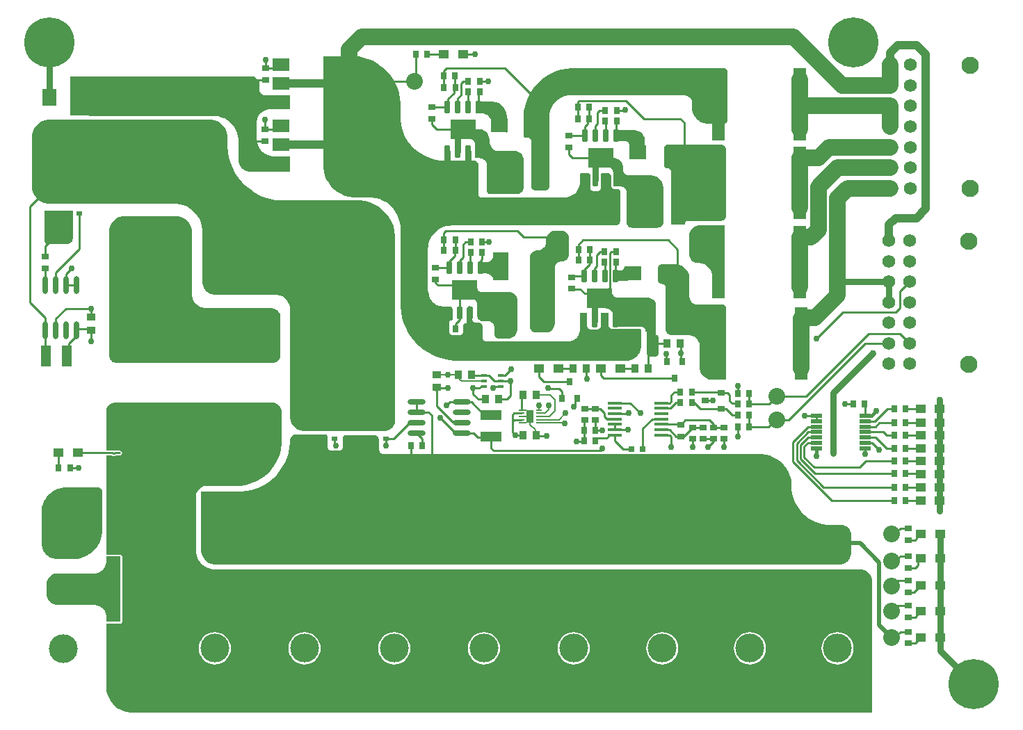
<source format=gbr>
%TF.GenerationSoftware,Altium Limited,Altium Designer,23.5.1 (21)*%
G04 Layer_Physical_Order=1*
G04 Layer_Color=255*
%FSLAX45Y45*%
%MOMM*%
%TF.SameCoordinates,815A2C8C-8163-47E4-9813-AD16C0C63C49*%
%TF.FilePolarity,Positive*%
%TF.FileFunction,Copper,L1,Top,Signal*%
%TF.Part,Single*%
G01*
G75*
%TA.AperFunction,SMDPad,CuDef*%
%ADD10R,8.75000X5.20000*%
%ADD11R,1.85000X3.40000*%
%ADD12R,2.00000X1.80000*%
%TA.AperFunction,SMDPad,SMDef*%
%ADD13R,0.91440X1.49860*%
%TA.AperFunction,SMDPad,CuDef*%
%ADD14R,0.70000X0.23000*%
%ADD15R,1.67640X0.35560*%
%ADD16R,0.65000X0.63000*%
%ADD17R,0.90000X0.70000*%
%ADD18R,2.00000X1.50000*%
%ADD19R,2.00000X3.80000*%
%ADD20R,0.95000X1.70000*%
%ADD21R,0.70000X0.90000*%
G04:AMPARAMS|DCode=22|XSize=0.6mm|YSize=1.45mm|CornerRadius=0.051mm|HoleSize=0mm|Usage=FLASHONLY|Rotation=0.000|XOffset=0mm|YOffset=0mm|HoleType=Round|Shape=RoundedRectangle|*
%AMROUNDEDRECTD22*
21,1,0.60000,1.34800,0,0,0.0*
21,1,0.49800,1.45000,0,0,0.0*
1,1,0.10200,0.24900,-0.67400*
1,1,0.10200,-0.24900,-0.67400*
1,1,0.10200,-0.24900,0.67400*
1,1,0.10200,0.24900,0.67400*
%
%ADD22ROUNDEDRECTD22*%
G04:AMPARAMS|DCode=23|XSize=2.4mm|YSize=3.1mm|CornerRadius=0.048mm|HoleSize=0mm|Usage=FLASHONLY|Rotation=270.000|XOffset=0mm|YOffset=0mm|HoleType=Round|Shape=RoundedRectangle|*
%AMROUNDEDRECTD23*
21,1,2.40000,3.00400,0,0,270.0*
21,1,2.30400,3.10000,0,0,270.0*
1,1,0.09600,-1.50200,-1.15200*
1,1,0.09600,-1.50200,1.15200*
1,1,0.09600,1.50200,1.15200*
1,1,0.09600,1.50200,-1.15200*
%
%ADD23ROUNDEDRECTD23*%
%ADD24R,1.25000X1.10000*%
%ADD25R,1.40000X1.39000*%
%ADD26R,4.86000X3.36000*%
%ADD27R,1.20000X2.60000*%
%ADD28R,1.00000X0.90000*%
%ADD29O,0.70000X2.20000*%
G04:AMPARAMS|DCode=30|XSize=0.4mm|YSize=0.65mm|CornerRadius=0.05mm|HoleSize=0mm|Usage=FLASHONLY|Rotation=90.000|XOffset=0mm|YOffset=0mm|HoleType=Round|Shape=RoundedRectangle|*
%AMROUNDEDRECTD30*
21,1,0.40000,0.55000,0,0,90.0*
21,1,0.30000,0.65000,0,0,90.0*
1,1,0.10000,0.27500,0.15000*
1,1,0.10000,0.27500,-0.15000*
1,1,0.10000,-0.27500,-0.15000*
1,1,0.10000,-0.27500,0.15000*
%
%ADD30ROUNDEDRECTD30*%
%ADD31R,0.90000X1.00000*%
%ADD32R,0.80000X0.90000*%
%ADD33R,1.57480X2.81940*%
G04:AMPARAMS|DCode=34|XSize=0.45mm|YSize=1.4mm|CornerRadius=0.0495mm|HoleSize=0mm|Usage=FLASHONLY|Rotation=90.000|XOffset=0mm|YOffset=0mm|HoleType=Round|Shape=RoundedRectangle|*
%AMROUNDEDRECTD34*
21,1,0.45000,1.30100,0,0,90.0*
21,1,0.35100,1.40000,0,0,90.0*
1,1,0.09900,0.65050,0.17550*
1,1,0.09900,0.65050,-0.17550*
1,1,0.09900,-0.65050,-0.17550*
1,1,0.09900,-0.65050,0.17550*
%
%ADD34ROUNDEDRECTD34*%
%ADD35R,2.60000X1.20000*%
%ADD36O,2.20000X0.70000*%
%ADD37R,1.70000X0.95000*%
%ADD38R,3.36000X4.86000*%
%ADD39R,1.39000X1.40000*%
%ADD40R,1.80000X2.10000*%
%ADD41R,0.90000X0.80000*%
%ADD42R,0.65000X0.70000*%
%TA.AperFunction,Conductor*%
%ADD43C,0.25400*%
%ADD44C,1.01600*%
%ADD45C,0.76200*%
%ADD46C,0.20320*%
%ADD47C,2.03200*%
%ADD48C,0.50800*%
%ADD49C,0.43180*%
%TA.AperFunction,ComponentPad*%
%ADD50C,6.10000*%
%ADD51C,2.80000*%
%ADD52C,3.50000*%
%ADD53C,9.50000*%
%ADD54C,2.03200*%
%ADD55C,1.56000*%
%ADD56C,2.10000*%
%TA.AperFunction,ViaPad*%
%ADD57C,0.50800*%
%ADD58C,0.76200*%
%ADD59C,0.81280*%
G36*
X10147300Y10464799D02*
X10153615Y10464799D01*
X10165285Y10459966D01*
X10174216Y10451035D01*
X10179050Y10439365D01*
Y10433050D01*
X10179050Y9828011D01*
X10179049Y9828010D01*
Y9819524D01*
X10172554Y9803845D01*
X10160554Y9791845D01*
X10144875Y9785350D01*
X10136389D01*
X9950449Y9785350D01*
X9930745Y9785350D01*
X9892094Y9793038D01*
X9855686Y9808119D01*
X9822919Y9830013D01*
X9795053Y9857879D01*
X9773159Y9890645D01*
X9758078Y9927054D01*
X9750390Y9965705D01*
Y9985410D01*
X9750390Y10035374D01*
X9750389Y10035373D01*
X9749912Y10045099D01*
X9746117Y10064177D01*
X9738674Y10082149D01*
X9727867Y10098322D01*
X9714113Y10112077D01*
X9697939Y10122884D01*
X9679968Y10130327D01*
X9660890Y10134122D01*
X9651164Y10134599D01*
X8274164D01*
X8274163Y10134598D01*
X8248392Y10133333D01*
X8197840Y10123277D01*
X8150220Y10103553D01*
X8107364Y10074917D01*
X8070918Y10038471D01*
X8042283Y9995615D01*
X8022558Y9947996D01*
X8012503Y9897443D01*
X8011237Y9871672D01*
X8011237Y9031893D01*
X8011236Y9031892D01*
X8011236Y9019978D01*
X8002118Y8997966D01*
X7985271Y8981118D01*
X7963258Y8972000D01*
X7951345Y8972000D01*
X7843944Y8972001D01*
X7843943D01*
X7833482Y8972000D01*
X7814152Y8980007D01*
X7799358Y8994801D01*
X7791351Y9014131D01*
X7791352Y9024593D01*
Y9577281D01*
X7791351Y9577281D01*
X7790606Y9584851D01*
X7784813Y9598839D01*
X7774107Y9609545D01*
X7760118Y9615339D01*
X7752548Y9616084D01*
X7734292Y9616084D01*
X7734292D01*
X7726472Y9616084D01*
X7712023Y9622068D01*
X7700965Y9633127D01*
X7694981Y9647576D01*
X7694982Y9655396D01*
Y9854314D01*
X7694981Y9884305D01*
X7700860Y9943999D01*
X7712561Y10002829D01*
X7729972Y10060230D01*
X7752926Y10115647D01*
X7781201Y10168547D01*
X7814525Y10218421D01*
X7852578Y10264788D01*
X7894992Y10307202D01*
X7941359Y10345255D01*
X7991233Y10378579D01*
X8044133Y10406855D01*
X8099550Y10429808D01*
X8156950Y10447220D01*
X8215780Y10458921D01*
X8275474Y10464800D01*
X8305466Y10464799D01*
X10147300Y10464800D01*
X10147300Y10464799D01*
D02*
G37*
G36*
X4381202Y10363207D02*
X4391082Y10363207D01*
X4410464Y10359353D01*
X4428721Y10351791D01*
X4445152Y10340813D01*
X4459125Y10326840D01*
X4470104Y10310409D01*
X4477666Y10292152D01*
X4481520Y10272770D01*
X4481520Y10262890D01*
X4481520Y10208363D01*
Y10208362D01*
X4481875Y10201132D01*
X4484696Y10186949D01*
X4490229Y10173590D01*
X4498263Y10161567D01*
X4508488Y10151342D01*
X4520511Y10143308D01*
X4533871Y10137775D01*
X4548053Y10134954D01*
X4555283Y10134599D01*
X4850472Y10134600D01*
X4851556Y9962290D01*
X4614233Y9963259D01*
X4614233Y9963258D01*
X4597667Y9962510D01*
X4565154Y9956163D01*
X4534511Y9943580D01*
X4506920Y9925246D01*
X4483449Y9901870D01*
X4465003Y9874355D01*
X4452295Y9843763D01*
X4445815Y9811277D01*
X4445000Y9794713D01*
X4445000Y9611650D01*
X4445000Y9611649D01*
X4446075Y9589741D01*
X4454612Y9546764D01*
X4471359Y9506275D01*
X4495675Y9469825D01*
X4526626Y9438811D01*
X4563028Y9414422D01*
X4603484Y9397594D01*
X4646443Y9388971D01*
X4668349Y9387852D01*
X4851518Y9387485D01*
X4850394Y9205441D01*
X4352359D01*
X4326039Y9210647D01*
X4301229Y9220862D01*
X4278874Y9235696D01*
X4259821Y9254587D01*
X4244796Y9276816D01*
X4234370Y9301537D01*
X4228940Y9327812D01*
X4228825Y9341226D01*
X4226810Y9577412D01*
X4226809Y9577411D01*
X4225986Y9597472D01*
X4220438Y9637219D01*
X4209777Y9675911D01*
X4194183Y9712891D01*
X4173920Y9747533D01*
X4149330Y9779251D01*
X4120831Y9807508D01*
X4088904Y9831826D01*
X4054090Y9851793D01*
X4016979Y9867071D01*
X3978198Y9877402D01*
X3938404Y9882610D01*
X3918337Y9883262D01*
X2406650Y9883263D01*
Y10363200D01*
X4081334Y10363206D01*
X4381202Y10363208D01*
X4381202Y10363207D01*
D02*
G37*
G36*
X3940802Y9828088D02*
X3978981Y9812273D01*
X4013342Y9789314D01*
X4042563Y9760093D01*
X4065522Y9725732D01*
X4081336Y9687552D01*
X4089398Y9647021D01*
X4089397Y9626359D01*
X4089399Y9626360D01*
X4089400Y9537700D01*
X4090224Y9504089D01*
X4096813Y9437190D01*
X4109927Y9371259D01*
X4129441Y9306931D01*
X4155165Y9244825D01*
X4186853Y9185540D01*
X4224200Y9129646D01*
X4266845Y9077682D01*
X4314379Y9030149D01*
X4366342Y8987503D01*
X4422236Y8950156D01*
X4481521Y8918467D01*
X4543626Y8892742D01*
X4607954Y8873229D01*
X4673885Y8860114D01*
X4740784Y8853525D01*
X4774395Y8852700D01*
X4774400Y8852700D01*
X5676100Y8852699D01*
X5706119Y8852700D01*
X5765644Y8844865D01*
X5823637Y8829328D01*
X5879105Y8806353D01*
X5931101Y8776334D01*
X5978732Y8739785D01*
X6021186Y8697332D01*
X6057734Y8649699D01*
X6087753Y8597704D01*
X6110727Y8542235D01*
X6126264Y8484242D01*
X6134098Y8424717D01*
X6134097Y8394698D01*
X6134100Y8394700D01*
X6134099Y6180604D01*
X6134101Y6167268D01*
X6128900Y6141106D01*
X6118694Y6116462D01*
X6103876Y6094283D01*
X6085014Y6075422D01*
X6062835Y6060604D01*
X6038191Y6050399D01*
X6012030Y6045198D01*
X5998693Y6045200D01*
X5998695D01*
X5502965Y6045200D01*
X5033879Y6045200D01*
X5015907Y6045199D01*
X4980651Y6052210D01*
X4947442Y6065966D01*
X4917554Y6085935D01*
X4892137Y6111353D01*
X4872167Y6141240D01*
X4858411Y6174450D01*
X4851399Y6209705D01*
X4851400Y6227677D01*
Y6227680D01*
X4851399Y7531100D01*
X4850552Y7548381D01*
X4843811Y7582279D01*
X4830586Y7614210D01*
X4811386Y7642947D01*
X4786946Y7667385D01*
X4758209Y7686586D01*
X4726277Y7699810D01*
X4692379Y7706550D01*
X4675098Y7707397D01*
X4675101Y7707400D01*
X3942950Y7707400D01*
X3927353Y7707399D01*
X3896760Y7713482D01*
X3867941Y7725418D01*
X3842006Y7742747D01*
X3819949Y7764804D01*
X3802620Y7790739D01*
X3790683Y7819557D01*
X3784599Y7850151D01*
X3784600Y7865747D01*
Y7865750D01*
X3784599Y8475543D01*
X3783875Y8497666D01*
X3778100Y8541532D01*
X3766649Y8584269D01*
X3749718Y8625146D01*
X3727596Y8663463D01*
X3700662Y8698565D01*
X3669377Y8729852D01*
X3634276Y8756787D01*
X3595960Y8778910D01*
X3555083Y8795843D01*
X3512347Y8807296D01*
X3468480Y8813073D01*
X3446358Y8813797D01*
X3446359Y8813799D01*
X1917631Y8813864D01*
X1897624Y8813865D01*
X1876687Y8818030D01*
X1872500D01*
Y8818863D01*
X1858379Y8821672D01*
X1821411Y8836986D01*
X1788141Y8859218D01*
X1759848Y8887512D01*
X1737618Y8920783D01*
X1722306Y8957751D01*
X1714499Y8996996D01*
X1714500Y9017004D01*
Y9017005D01*
X1714499Y9626599D01*
X1714499Y9647237D01*
X1722552Y9687722D01*
X1738348Y9725857D01*
X1761280Y9760178D01*
X1790468Y9789365D01*
X1824789Y9812298D01*
X1862924Y9828094D01*
X1903408Y9836146D01*
X1924047Y9836146D01*
Y9836147D01*
X3879608Y9836150D01*
X3900271Y9836150D01*
X3940802Y9828088D01*
D02*
G37*
G36*
X7298803Y10060229D02*
X7318151Y10060229D01*
X7356104Y10052680D01*
X7391855Y10037871D01*
X7424030Y10016373D01*
X7451392Y9989011D01*
X7472891Y9956836D01*
X7487699Y9921085D01*
X7495248Y9883132D01*
X7495248Y9863784D01*
X7495249Y9863784D01*
X7495249Y9679623D01*
X7302500Y9785350D01*
X7302499Y9808568D01*
X7301991Y9818917D01*
X7297953Y9839217D01*
X7290032Y9858340D01*
X7278533Y9875549D01*
X7263897Y9890185D01*
X7246687Y9901684D01*
X7227565Y9909604D01*
X7207264Y9913642D01*
X7196916Y9914150D01*
X7196916Y9914151D01*
X7112707Y9914152D01*
Y10060230D01*
X7298803Y10060229D01*
D02*
G37*
G36*
X10133002Y9521872D02*
X10150520Y9504355D01*
X10160001Y9481466D01*
X10160000Y9469079D01*
X10159999Y8671568D01*
X10159998Y8671567D01*
X10159998Y8664938D01*
X10157412Y8651936D01*
X10152339Y8639689D01*
X10144974Y8628666D01*
X10135600Y8619292D01*
X10124577Y8611927D01*
X10112330Y8606854D01*
X10099328Y8604268D01*
X10092699D01*
X9682119Y8604267D01*
X9682118Y8604266D01*
X9678471Y8603907D01*
X9671731Y8601116D01*
X9666574Y8595958D01*
X9663782Y8589219D01*
X9663423Y8585571D01*
Y8558729D01*
X9489862D01*
X9489862Y9207102D01*
X9489861Y9207101D01*
X9489084Y9214987D01*
X9483049Y9229557D01*
X9471898Y9240709D01*
X9457328Y9246744D01*
X9449442Y9247521D01*
X9434920Y9247521D01*
X9434919Y9247521D01*
X9430101D01*
X9421199Y9251210D01*
X9414386Y9258024D01*
X9410699Y9266927D01*
X9410700Y9271745D01*
Y9488822D01*
X9410700Y9488822D01*
X9410700Y9497281D01*
X9417174Y9512913D01*
X9429138Y9524877D01*
X9444770Y9531351D01*
X9453229Y9531351D01*
X10097726Y9531351D01*
X10097725Y9531349D01*
X10110113Y9531351D01*
X10133002Y9521872D01*
D02*
G37*
G36*
X9041616Y9711845D02*
X9041616Y9711844D01*
X9054479Y9711845D01*
X9079712Y9706826D01*
X9103481Y9696980D01*
X9124872Y9682687D01*
X9143064Y9664495D01*
X9157357Y9643104D01*
X9167203Y9619335D01*
X9172222Y9594102D01*
Y9581239D01*
Y9352992D01*
X8988625D01*
X8988625Y9520762D01*
X8988624D01*
X8987567Y9531499D01*
X8979349Y9551339D01*
X8964165Y9566524D01*
X8944325Y9574742D01*
X8933588Y9575799D01*
X8820150Y9575800D01*
X8826500Y9711845D01*
X9041616Y9711845D01*
D02*
G37*
G36*
X7151848Y9721844D02*
X7164790Y9721845D01*
X7190176Y9716797D01*
X7214090Y9706893D01*
X7235612Y9692513D01*
X7253915Y9674212D01*
X7268295Y9652690D01*
X7278201Y9628777D01*
X7283251Y9603391D01*
Y9590449D01*
X7283251Y9566135D01*
X7283252Y9566129D01*
X7283787Y9555238D01*
X7288036Y9533875D01*
X7296372Y9513751D01*
X7308474Y9495640D01*
X7323876Y9480237D01*
X7341988Y9468136D01*
X7362112Y9459801D01*
X7383476Y9455553D01*
X7394367Y9455018D01*
X7596131D01*
X7596130Y9455017D01*
X7605866Y9455018D01*
X7624964Y9451219D01*
X7642954Y9443767D01*
X7659145Y9432950D01*
X7672914Y9419181D01*
X7683732Y9402990D01*
X7691183Y9385001D01*
X7694982Y9365903D01*
X7694982Y9356167D01*
X7694982Y9012047D01*
X7694981Y9012046D01*
X7694981Y9003778D01*
X7691755Y8987560D01*
X7685427Y8972283D01*
X7676240Y8958534D01*
X7664548Y8946841D01*
X7650799Y8937654D01*
X7635522Y8931326D01*
X7619303Y8928100D01*
X7611036Y8928100D01*
X7300887D01*
X7300886Y8928101D01*
X7291195Y8928100D01*
X7273287Y8935517D01*
X7259581Y8949223D01*
X7252164Y8967130D01*
X7252164Y8976822D01*
X7252164Y9277898D01*
X7252162Y9277896D01*
X7251725Y9286792D01*
X7248256Y9304241D01*
X7241449Y9320678D01*
X7231565Y9335470D01*
X7218986Y9348050D01*
X7204194Y9357934D01*
X7187757Y9364742D01*
X7170308Y9368213D01*
X7161413Y9368649D01*
X7134998Y9368650D01*
X7134996D01*
X7128811Y9368649D01*
X7117383Y9373383D01*
X7108636Y9382131D01*
X7103903Y9393560D01*
X7103904Y9399745D01*
Y9539511D01*
X7103902Y9539510D01*
X7102700Y9551722D01*
X7093354Y9574288D01*
X7076083Y9591559D01*
X7053518Y9600906D01*
X7041306Y9602109D01*
X7020973Y9602110D01*
Y9721849D01*
X7151852D01*
X7151848Y9721844D01*
D02*
G37*
G36*
X3523612Y8654131D02*
X3558038Y8639871D01*
X3589020Y8619169D01*
X3615368Y8592820D01*
X3636070Y8561837D01*
X3650329Y8527411D01*
X3657598Y8490865D01*
X3657598Y8472234D01*
X3657600Y8472235D01*
X3657600Y7716514D01*
X3658431Y7699585D01*
X3665036Y7666378D01*
X3677993Y7635097D01*
X3696803Y7606945D01*
X3720744Y7583004D01*
X3748895Y7564194D01*
X3780176Y7551237D01*
X3813383Y7544632D01*
X3830312Y7543800D01*
X3830314Y7543800D01*
X4625264Y7543799D01*
X4636279Y7543800D01*
X4657885Y7539502D01*
X4678238Y7531071D01*
X4696555Y7518832D01*
X4712132Y7503254D01*
X4724371Y7484937D01*
X4732800Y7464583D01*
X4737097Y7442977D01*
X4737097Y7431962D01*
X4737100Y7431964D01*
X4737099Y6968670D01*
X4737100Y6959572D01*
X4733550Y6941726D01*
X4726587Y6924916D01*
X4716479Y6909787D01*
X4703612Y6896921D01*
X4688483Y6886812D01*
X4671673Y6879849D01*
X4653827Y6876300D01*
X4644730Y6876300D01*
X4644730D01*
X2737600Y6876300D01*
X2729396D01*
X2713302Y6879501D01*
X2698143Y6885780D01*
X2684500Y6894897D01*
X2672897Y6906499D01*
X2663781Y6920143D01*
X2657501Y6935302D01*
X2654300Y6951395D01*
Y6959600D01*
X2654300D01*
Y8483600D01*
Y8501111D01*
X2661132Y8535462D01*
X2674535Y8567819D01*
X2693993Y8596940D01*
X2718758Y8621705D01*
X2747879Y8641163D01*
X2780237Y8654566D01*
X2814587Y8661398D01*
X2832098D01*
X2832100Y8661400D01*
X3149600Y8661400D01*
X3468435Y8661400D01*
X3487066Y8661400D01*
X3523612Y8654131D01*
D02*
G37*
G36*
X5601930Y10610843D02*
Y10610843D01*
X5631154Y10610843D01*
X5689321Y10605116D01*
X5746647Y10593714D01*
X5802578Y10576749D01*
X5856578Y10554382D01*
X5908125Y10526831D01*
X5956724Y10494360D01*
X6001905Y10457281D01*
X6043235Y10415952D01*
X6080315Y10370771D01*
X6112787Y10322174D01*
X6140340Y10270627D01*
X6162708Y10216628D01*
X6179674Y10160697D01*
X6191077Y10103371D01*
X6196806Y10045205D01*
X6196806Y10015980D01*
X6196807Y9870420D01*
Y9870420D01*
X6197940Y9835785D01*
X6206981Y9767106D01*
X6224910Y9700195D01*
X6251419Y9636196D01*
X6286054Y9576206D01*
X6328224Y9521249D01*
X6377206Y9472267D01*
X6432163Y9430097D01*
X6492153Y9395462D01*
X6556152Y9368953D01*
X6623063Y9351024D01*
X6691742Y9341983D01*
X6726377Y9340850D01*
X7092138Y9340851D01*
X7092137Y9340850D01*
X7103512Y9340859D01*
X7124532Y9332161D01*
X7140618Y9316075D01*
X7149315Y9295054D01*
X7149307Y9283680D01*
X7149307Y8917921D01*
Y8917921D01*
X7149840Y8912472D01*
X7154007Y8902403D01*
X7161712Y8894698D01*
X7171782Y8890532D01*
X7177231Y8889999D01*
X8193097Y8890000D01*
X8193097D01*
X8211536Y8890901D01*
X8247708Y8898088D01*
X8281781Y8912197D01*
X8312446Y8932684D01*
X8338523Y8958761D01*
X8359010Y8989426D01*
X8373119Y9023499D01*
X8380306Y9059671D01*
X8381207Y9078110D01*
X8381208Y9156701D01*
D01*
Y9156701D01*
Y9156701D01*
X8381197Y9163019D01*
X8386023Y9174699D01*
X8394959Y9183635D01*
X8406639Y9188461D01*
X8412958Y9188450D01*
X8475258Y9188450D01*
X8475257Y9188450D01*
X8481575Y9188457D01*
X8493251Y9183629D01*
X8502186Y9174694D01*
X8507014Y9163018D01*
X8507007Y9156700D01*
X8507008Y9011851D01*
Y9011851D01*
X8507883Y9002944D01*
X8514696Y8986486D01*
X8527292Y8973890D01*
X8543751Y8967076D01*
X8552657Y8966201D01*
X8597085Y8966201D01*
X8604526Y8966925D01*
X8618277Y8972610D01*
X8628799Y8983131D01*
X8634483Y8996883D01*
X8635207Y9004324D01*
X8635208Y9161282D01*
D01*
Y9161283D01*
Y9161282D01*
X8635197Y9166690D01*
X8639325Y9176685D01*
X8646972Y9184332D01*
X8656967Y9188461D01*
X8662375Y9188450D01*
X8720956Y9188450D01*
X8720956Y9188450D01*
X8729446Y9188457D01*
X8745136Y9181965D01*
X8757143Y9169958D01*
X8763635Y9154267D01*
X8763628Y9145777D01*
X8763629Y9032862D01*
Y9032861D01*
X8764419Y9024810D01*
X8770578Y9009933D01*
X8781963Y8998548D01*
X8796840Y8992389D01*
X8804891Y8991599D01*
X8844759Y8991599D01*
X8844759Y8991598D01*
X8851076Y8991605D01*
X8862751Y8986777D01*
X8871685Y8977844D01*
X8876513Y8966169D01*
X8876507Y8959852D01*
X8876507Y8889999D01*
X8876508Y8610601D01*
X8876508Y8610600D01*
X8876508Y8597969D01*
X8866841Y8574630D01*
X8848977Y8556767D01*
X8825639Y8547100D01*
X8813008Y8547100D01*
X6813410Y8547101D01*
X6813409Y8547100D01*
X6795103Y8546501D01*
X6758803Y8541722D01*
X6723438Y8532246D01*
X6689612Y8518235D01*
X6657904Y8499929D01*
X6628857Y8477640D01*
X6602968Y8451751D01*
X6580679Y8422704D01*
X6562373Y8390996D01*
X6548362Y8357170D01*
X6538886Y8321805D01*
X6534107Y8285505D01*
X6533508Y8267199D01*
X6533508Y7760108D01*
Y7760108D01*
X6534485Y7740150D01*
X6542266Y7700999D01*
X6557538Y7664120D01*
X6579712Y7630930D01*
X6607938Y7602705D01*
X6641128Y7580530D01*
X6678007Y7565259D01*
X6717157Y7557477D01*
X6737116Y7556501D01*
X6804017Y7556500D01*
X6804017Y7556499D01*
X6809550Y7556517D01*
X6819781Y7552298D01*
X6827606Y7544473D01*
X6831825Y7534243D01*
X6831808Y7528710D01*
X6831808Y7416801D01*
X6831808Y7416800D01*
X6831808Y7411748D01*
X6827941Y7402412D01*
X6820796Y7395267D01*
X6811460Y7391400D01*
X6806408Y7391401D01*
Y7391400D01*
X6803930Y7391156D01*
X6799352Y7389260D01*
X6795848Y7385756D01*
X6793952Y7381178D01*
X6793708Y7378700D01*
Y7251701D01*
X6793708Y7251700D01*
X6794432Y7244264D01*
X6800114Y7230522D01*
X6810629Y7220007D01*
X6824371Y7214324D01*
X6831808Y7213600D01*
X6916908D01*
X6916907Y7213600D01*
X6925091Y7214383D01*
X6940217Y7220621D01*
X6951787Y7232190D01*
X6958024Y7247317D01*
X6958808Y7255500D01*
X6958808Y7321700D01*
D01*
Y7321700D01*
Y7321700D01*
X6958781Y7328053D01*
X6963619Y7339804D01*
X6972604Y7348789D01*
X6984354Y7353627D01*
X6990708Y7353600D01*
Y7353600D01*
X6993880Y7353889D01*
X6999746Y7356289D01*
X7004229Y7360771D01*
X7006629Y7366638D01*
X7006917Y7369810D01*
X7006918Y7532991D01*
X7006892Y7539431D01*
X7011797Y7551342D01*
X7020905Y7560450D01*
X7032815Y7565355D01*
X7039255Y7565329D01*
X7045994Y7565344D01*
X7058450Y7560200D01*
X7067980Y7550671D01*
X7073123Y7538215D01*
X7073107Y7531476D01*
X7073108Y7404101D01*
Y7404101D01*
X7073832Y7396664D01*
X7079515Y7382922D01*
X7090030Y7372407D01*
X7103772Y7366725D01*
X7111208Y7366001D01*
X7149308Y7366000D01*
X7149308Y7366000D01*
X7159417Y7366015D01*
X7178103Y7358292D01*
X7192400Y7343995D01*
X7200123Y7325309D01*
X7200107Y7315200D01*
X7200108Y7176621D01*
Y7176621D01*
X7200865Y7168849D01*
X7206805Y7154487D01*
X7217795Y7143498D01*
X7232157Y7137558D01*
X7239928Y7136801D01*
X8240908D01*
X8254663Y7137465D01*
X8281648Y7142814D01*
X8307069Y7153331D01*
X8329946Y7168609D01*
X8349399Y7188062D01*
X8364677Y7210939D01*
X8375194Y7236360D01*
X8380543Y7263345D01*
X8381208Y7277100D01*
X8381208Y7480301D01*
X8470108D01*
X8470108Y7329803D01*
Y7329803D01*
X8471023Y7320435D01*
X8478185Y7303124D01*
X8491432Y7289877D01*
X8508743Y7282716D01*
X8518111Y7281801D01*
X8589108D01*
X8589108Y7281800D01*
X8598110Y7282666D01*
X8614749Y7289532D01*
X8627476Y7302259D01*
X8634342Y7318898D01*
X8635208Y7327900D01*
X8635208Y7480301D01*
X8732508D01*
X8732508Y7334725D01*
Y7334725D01*
X8733365Y7325958D01*
X8740067Y7309757D01*
X8752464Y7297359D01*
X8768664Y7290657D01*
X8777432Y7289800D01*
X9105108Y7289801D01*
X9105108Y7289800D01*
X9110165Y7289815D01*
X9119514Y7285958D01*
X9126666Y7278806D01*
X9130522Y7269457D01*
X9130508Y7264400D01*
X9130508Y7087702D01*
X9130507Y7087702D01*
Y7069456D01*
X9123388Y7033666D01*
X9109423Y6999952D01*
X9089150Y6969610D01*
X9063346Y6943807D01*
X9033005Y6923533D01*
X8999291Y6909569D01*
X8963500Y6902449D01*
X8945254Y6902450D01*
X6892409Y6902449D01*
X6892409D01*
X6858236Y6902449D01*
X6790219Y6909147D01*
X6723186Y6922479D01*
X6657783Y6942318D01*
X6594640Y6968472D01*
X6534364Y7000690D01*
X6477536Y7038661D01*
X6424704Y7082019D01*
X6376376Y7130347D01*
X6333018Y7183179D01*
X6295048Y7240006D01*
X6262830Y7300282D01*
X6236676Y7363426D01*
X6216837Y7428829D01*
X6203504Y7495862D01*
X6196807Y7563878D01*
X6196807Y7598052D01*
X6196807Y8515371D01*
X6196807Y8515371D01*
X6196009Y8539874D01*
X6189619Y8588462D01*
X6176941Y8635800D01*
X6158191Y8681077D01*
X6133691Y8723519D01*
X6103859Y8762399D01*
X6069207Y8797052D01*
X6030327Y8826884D01*
X5987885Y8851384D01*
X5942607Y8870134D01*
X5895269Y8882812D01*
X5846682Y8889202D01*
X5822178Y8889999D01*
X5649904Y8889999D01*
X5649903D01*
X5624204Y8889999D01*
X5573244Y8896707D01*
X5523595Y8910010D01*
X5476108Y8929680D01*
X5431595Y8955379D01*
X5390816Y8986669D01*
X5354471Y9023014D01*
X5323181Y9063792D01*
X5297481Y9108306D01*
X5277812Y9155793D01*
X5264509Y9205441D01*
X5257800Y9256401D01*
X5257800Y9282101D01*
X5257800Y9662944D01*
Y9818916D01*
X5257799Y10394950D01*
X5257800Y10610845D01*
X5601930Y10610843D01*
D02*
G37*
G36*
X10143481Y7930600D02*
X9994898Y7930599D01*
X9994898Y7930599D01*
X9994013Y7947506D01*
X9986987Y7980582D01*
X9973241Y8011476D01*
X9953375Y8038840D01*
X9928257Y8061478D01*
X9898983Y8078402D01*
X9866831Y8088874D01*
X9833205Y8092436D01*
X9816298Y8091565D01*
X9806370Y8091565D01*
X9786895Y8095439D01*
X9768550Y8103037D01*
X9752041Y8114069D01*
X9738000Y8128109D01*
X9726969Y8144619D01*
X9719370Y8162964D01*
X9715496Y8182438D01*
X9715497Y8192366D01*
Y8427966D01*
X9715497Y8427965D01*
X9715497Y8439698D01*
X9720075Y8462715D01*
X9729055Y8484397D01*
X9742093Y8503909D01*
X9758687Y8520503D01*
X9778199Y8533541D01*
X9799881Y8542522D01*
X9822897Y8547100D01*
X9834631Y8547100D01*
X10147300Y8547100D01*
X10143481Y7930600D01*
D02*
G37*
G36*
X8792699Y9372600D02*
X8792697Y9372596D01*
X8803809Y9372597D01*
X8825606Y9368262D01*
X8846139Y9359758D01*
X8864618Y9347411D01*
X8880333Y9331697D01*
X8892681Y9313218D01*
X8901186Y9292686D01*
X8905522Y9270888D01*
Y9259777D01*
X8905522Y9233327D01*
X8905522Y9233325D01*
X8905876Y9226123D01*
X8908686Y9211997D01*
X8914197Y9198691D01*
X8922199Y9186715D01*
X8932383Y9176531D01*
X8944359Y9168530D01*
X8957666Y9163018D01*
X8971792Y9160209D01*
X8978993Y9159855D01*
X9237243D01*
X9237242Y9159854D01*
X9253233Y9159854D01*
X9284599Y9153615D01*
X9314146Y9141377D01*
X9340737Y9123610D01*
X9363351Y9100996D01*
X9381119Y9074405D01*
X9393358Y9044858D01*
X9399597Y9013492D01*
Y8997501D01*
X9399597Y8602106D01*
X9399596Y8602106D01*
X9399596Y8594069D01*
X9396460Y8578303D01*
X9390309Y8563452D01*
X9381378Y8550087D01*
X9370012Y8538721D01*
X9356647Y8529790D01*
X9341796Y8523639D01*
X9326031Y8520503D01*
X9317994Y8520503D01*
X9023028Y8520504D01*
X9023028Y8520504D01*
X9015875Y8520504D01*
X9001843Y8523294D01*
X8988625Y8528769D01*
X8976730Y8536717D01*
X8966613Y8546834D01*
X8958665Y8558729D01*
X8953190Y8571947D01*
X8950399Y8585978D01*
X8950399Y8593131D01*
X8950399Y8953674D01*
X8950397Y8953673D01*
X8950062Y8960503D01*
X8947398Y8973899D01*
X8942171Y8986518D01*
X8934583Y8997875D01*
X8924925Y9007534D01*
X8913568Y9015122D01*
X8900949Y9020349D01*
X8887553Y9023014D01*
X8880723Y9023349D01*
X8804002Y9023350D01*
X8800424D01*
X8793821Y9026085D01*
X8788768Y9031140D01*
X8786034Y9037744D01*
X8786035Y9041318D01*
X8786034Y9181952D01*
X8786034Y9204789D01*
X8786030Y9204786D01*
X8785125Y9213987D01*
X8778085Y9230988D01*
X8765074Y9244001D01*
X8748073Y9251043D01*
X8738873Y9251949D01*
X8725990Y9251950D01*
Y9372600D01*
X8792699Y9372600D01*
D02*
G37*
G36*
X8152588Y8484411D02*
X8162042Y8484411D01*
X8180586Y8480723D01*
X8198055Y8473487D01*
X8213776Y8462983D01*
X8227146Y8449613D01*
X8237651Y8433892D01*
X8244886Y8416423D01*
X8248575Y8397878D01*
X8248574Y8388424D01*
X8248575Y8204294D01*
X8248574Y8204293D01*
Y8194998D01*
X8244947Y8176764D01*
X8237833Y8159588D01*
X8227504Y8144131D01*
X8214358Y8130985D01*
X8198901Y8120656D01*
X8181725Y8113542D01*
X8163492Y8109915D01*
X8154196D01*
X8154195Y8109914D01*
X8146648Y8109543D01*
X8131845Y8106598D01*
X8117900Y8100822D01*
X8105350Y8092437D01*
X8094677Y8081764D01*
X8086291Y8069214D01*
X8080515Y8055269D01*
X8077571Y8040465D01*
X8077200Y8032918D01*
X8077200Y7356959D01*
X8077193Y7356952D01*
Y7346154D01*
X8072980Y7324975D01*
X8064716Y7305024D01*
X8052718Y7287069D01*
X8037449Y7271799D01*
X8019493Y7259802D01*
X7999543Y7251538D01*
X7978363Y7247325D01*
X7891033D01*
X7844774Y7248313D01*
X7844774D01*
X7837591Y7248466D01*
X7823554Y7251532D01*
X7810368Y7257242D01*
X7798529Y7265383D01*
X7788478Y7275652D01*
X7780591Y7287663D01*
X7775164Y7300967D01*
X7772399Y7315067D01*
X7772400Y7322251D01*
X7772400Y8157407D01*
Y8165768D01*
X7775662Y8182169D01*
X7782061Y8197618D01*
X7791352Y8211522D01*
X7803176Y8223347D01*
X7817080Y8232637D01*
X7832529Y8239037D01*
X7848930Y8242299D01*
X7857291D01*
X7857291Y8242299D01*
X7868284Y8242838D01*
X7889850Y8247122D01*
X7910167Y8255527D01*
X7928457Y8267729D01*
X7944018Y8283262D01*
X7956254Y8301529D01*
X7964695Y8321831D01*
X7969018Y8343389D01*
X7969577Y8354381D01*
X7969606Y8369982D01*
X7969606Y8369981D01*
X7969626Y8381259D01*
X7974061Y8403375D01*
X7982721Y8424202D01*
X7995273Y8442942D01*
X8011237Y8458877D01*
X8030000Y8471395D01*
X8050843Y8480017D01*
X8072966Y8484412D01*
X8084244Y8484412D01*
X8152588Y8484412D01*
X8152588Y8484411D01*
D02*
G37*
G36*
X2209799Y8396078D02*
X2209798Y8396078D01*
X2209798Y8388437D01*
X2206817Y8373449D01*
X2200969Y8359331D01*
X2192479Y8346624D01*
X2181673Y8335819D01*
X2168967Y8327329D01*
X2154848Y8321481D01*
X2139860Y8318499D01*
X2132220Y8318499D01*
X1911366Y8318500D01*
X1911366Y8318500D01*
X1901730Y8318500D01*
X1883925Y8325875D01*
X1870298Y8339502D01*
X1862923Y8357307D01*
Y8366943D01*
X1862924Y8731250D01*
X2209800D01*
X2209799Y8396078D01*
D02*
G37*
G36*
X7416800Y7886700D02*
X7327261D01*
X7327261Y7886700D01*
X7326894Y7894169D01*
X7323980Y7908819D01*
X7318263Y7922620D01*
X7309964Y7935040D01*
X7299402Y7945603D01*
X7286981Y7953902D01*
X7273181Y7959618D01*
X7258530Y7962532D01*
X7251061Y7962899D01*
X7173324Y7962900D01*
X7172810Y8102600D01*
X7244004Y8102600D01*
D01*
X7244004D01*
X7244004D01*
X7252165Y8103001D01*
X7268172Y8106184D01*
X7283251Y8112430D01*
X7296822Y8121498D01*
X7308363Y8133039D01*
X7317430Y8146609D01*
X7323676Y8161688D01*
X7326860Y8177696D01*
X7327261Y8185857D01*
X7416800Y8185857D01*
Y7886700D01*
D02*
G37*
G36*
X9537699Y8077199D02*
X9555211Y8077199D01*
X9589562Y8070367D01*
X9621919Y8056964D01*
X9651040Y8037505D01*
X9675805Y8012740D01*
X9695263Y7983618D01*
X9708665Y7951260D01*
X9715497Y7916909D01*
X9715496Y7899398D01*
X9715500Y7899400D01*
X9715500Y7689428D01*
X9716017Y7678888D01*
X9720129Y7658214D01*
X9728195Y7638739D01*
X9739905Y7621212D01*
X9754810Y7606307D01*
X9772337Y7594596D01*
X9791811Y7586529D01*
X9812485Y7582417D01*
X9823025Y7581900D01*
X9823028D01*
X10121899Y7581899D01*
X10129478Y7581899D01*
X10143481Y7576099D01*
X10154199Y7565382D01*
X10159999Y7551378D01*
X10159999Y7543800D01*
X10160000Y7543800D01*
X10160000Y6718300D01*
Y6708195D01*
X10152266Y6689524D01*
X10137976Y6675234D01*
X10119304Y6667499D01*
X10109199Y6667500D01*
X9994899D01*
X9979889Y6667499D01*
X9950446Y6673356D01*
X9922711Y6684844D01*
X9897750Y6701522D01*
X9876523Y6722750D01*
X9859844Y6747710D01*
X9848356Y6775445D01*
X9842500Y6804889D01*
X9842500Y6819899D01*
Y6819900D01*
X9842499Y7079746D01*
X9841868Y7092607D01*
X9836850Y7117836D01*
X9827005Y7141601D01*
X9812714Y7162988D01*
X9794525Y7181177D01*
X9773137Y7195468D01*
X9749372Y7205311D01*
X9724143Y7210329D01*
X9711282Y7210960D01*
X9711283Y7210962D01*
X9505971Y7210963D01*
X9497839Y7210962D01*
X9481886Y7214135D01*
X9466859Y7220359D01*
X9453335Y7229395D01*
X9441834Y7240896D01*
X9432798Y7254420D01*
X9426573Y7269446D01*
X9423400Y7285399D01*
Y7293531D01*
Y7293533D01*
X9423399Y7797799D01*
X9422667Y7805232D01*
X9416978Y7818967D01*
X9406465Y7829477D01*
X9392730Y7835164D01*
X9385296Y7835895D01*
X9385299Y7835899D01*
X9373847D01*
X9352688Y7844664D01*
X9336492Y7860859D01*
X9327728Y7882019D01*
Y7893470D01*
Y7893471D01*
X9327728Y8019628D01*
Y8031079D01*
X9336493Y8052240D01*
X9352688Y8068435D01*
X9373848Y8077200D01*
X9385300Y8077199D01*
X9385300Y8077200D01*
X9537699Y8077199D01*
D02*
G37*
G36*
X8966200Y7871439D02*
X8813800D01*
Y8001000D01*
X8877299Y8000999D01*
X8887210Y8001975D01*
X8905522Y8009561D01*
X8919538Y8023576D01*
X8927123Y8041889D01*
X8928099Y8051799D01*
X8928100Y8051800D01*
X8966200Y8051800D01*
Y7871439D01*
D02*
G37*
G36*
X7134409Y7785495D02*
X7134410Y7785495D01*
X7135393Y7775507D01*
X7143037Y7757052D01*
X7157162Y7742927D01*
X7175617Y7735283D01*
X7185604Y7734299D01*
X7528110Y7734300D01*
X7528104Y7734291D01*
X7537155Y7734293D01*
X7554908Y7730764D01*
X7571632Y7723839D01*
X7586683Y7713784D01*
X7599483Y7700986D01*
X7609541Y7685936D01*
X7616468Y7669213D01*
X7619999Y7651460D01*
Y7642410D01*
X7620000Y7281030D01*
X7619988Y7281019D01*
X7619988Y7270354D01*
X7615827Y7249434D01*
X7607664Y7229727D01*
X7595814Y7211992D01*
X7580731Y7196910D01*
X7562996Y7185060D01*
X7543290Y7176897D01*
X7522370Y7172735D01*
X7511705D01*
X7394047Y7172736D01*
X7394046D01*
X7383414Y7172736D01*
X7363768Y7180874D01*
X7348732Y7195913D01*
X7340597Y7215561D01*
X7340600Y7226193D01*
X7340599Y7306159D01*
X7340599D01*
X7340227Y7313736D01*
X7337271Y7328600D01*
X7331471Y7342601D01*
X7323052Y7355202D01*
X7312336Y7365918D01*
X7299735Y7374338D01*
X7285734Y7380138D01*
X7270870Y7383094D01*
X7263293Y7383467D01*
X7203779Y7383467D01*
X7203778D01*
X7196945Y7383466D01*
X7183543Y7386132D01*
X7170918Y7391361D01*
X7159556Y7398952D01*
X7149894Y7408615D01*
X7142303Y7419977D01*
X7137074Y7432602D01*
X7134409Y7446004D01*
X7134410Y7452837D01*
Y7593576D01*
X7134409Y7593575D01*
X7133471Y7603102D01*
X7126180Y7620706D01*
X7112707Y7634180D01*
X7095103Y7641472D01*
X7085576Y7642410D01*
X7085576Y7797800D01*
X7134409D01*
X7134409Y7785495D01*
D02*
G37*
G36*
X8775700Y7730536D02*
X8776878Y7718572D01*
X8786034Y7696467D01*
X8802953Y7679548D01*
X8825059Y7670391D01*
X8837022Y7669213D01*
X9209086D01*
X9209085Y7669211D01*
X9218778Y7669212D01*
X9237791Y7665430D01*
X9255702Y7658012D01*
X9271820Y7647242D01*
X9285528Y7633535D01*
X9296299Y7617416D01*
X9303717Y7599506D01*
X9307499Y7580493D01*
X9307499Y7570800D01*
X9307500Y7227899D01*
Y7227899D01*
X9307805Y7224796D01*
X9310181Y7219062D01*
X9314569Y7214673D01*
X9320304Y7212298D01*
X9323407Y7211992D01*
X9323406Y7211989D01*
X9326228Y7211990D01*
X9331445Y7209831D01*
X9335438Y7205839D01*
X9337599Y7200623D01*
X9337599Y7197800D01*
X9337597Y6988098D01*
X9337596Y6988096D01*
Y6981395D01*
X9332467Y6969012D01*
X9322989Y6959534D01*
X9310606Y6954405D01*
X9303905D01*
X9237494Y6954405D01*
X9229002D01*
X9213310Y6960906D01*
X9201300Y6972916D01*
X9194800Y6988608D01*
Y6997100D01*
X9194800Y7239000D01*
X9194798Y7238999D01*
X9194432Y7246468D01*
X9191518Y7261119D01*
X9185802Y7274920D01*
X9177503Y7287341D01*
X9166941Y7297903D01*
X9154520Y7306203D01*
X9140719Y7311919D01*
X9126068Y7314832D01*
X9118599Y7315199D01*
X8782200Y7315200D01*
X8782200Y7461100D01*
X8782199D01*
X8781822Y7468777D01*
X8778827Y7483836D01*
X8772951Y7498021D01*
X8764421Y7510787D01*
X8753564Y7521644D01*
X8740798Y7530174D01*
X8726613Y7536050D01*
X8711554Y7539046D01*
X8703877Y7539423D01*
X8699500Y7539423D01*
Y7759700D01*
X8775700D01*
Y7730536D01*
D02*
G37*
G36*
X4648199Y6388099D02*
X4658206D01*
X4677835Y6384195D01*
X4696325Y6376535D01*
X4712965Y6365416D01*
X4727116Y6351264D01*
X4738234Y6334623D01*
X4745892Y6316132D01*
X4749379Y6298592D01*
X4749794Y6286527D01*
Y6286496D01*
X4749793Y6286496D01*
X4749795Y6286495D01*
X4749796Y5924548D01*
X4749796Y5888755D01*
X4740453Y5817781D01*
X4721925Y5748634D01*
X4694530Y5682496D01*
X4658738Y5620501D01*
X4615159Y5563707D01*
X4564540Y5513088D01*
X4507747Y5469509D01*
X4445751Y5433716D01*
X4379614Y5406321D01*
X4310467Y5387793D01*
X4239493Y5378449D01*
X4203700Y5378449D01*
Y5378449D01*
X3841746Y5378449D01*
X3828676Y5377807D01*
X3803038Y5372707D01*
X3778887Y5362704D01*
X3757152Y5348181D01*
X3738668Y5329697D01*
X3724145Y5307962D01*
X3714142Y5283811D01*
X3709042Y5258173D01*
X3708401Y5245104D01*
X3708400Y5245103D01*
X3708400Y5245103D01*
X3708400Y4592083D01*
X3709536Y4568953D01*
X3718560Y4523580D01*
X3736263Y4480841D01*
X3761964Y4442376D01*
X3794676Y4409665D01*
X3833140Y4383964D01*
X3875880Y4366261D01*
X3921252Y4357236D01*
X3944382Y4356100D01*
X11810999Y4356099D01*
X11823508Y4356100D01*
X11848044Y4351220D01*
X11871157Y4341646D01*
X11891958Y4327748D01*
X11909648Y4310058D01*
X11923546Y4289257D01*
X11933119Y4266144D01*
X11937999Y4241607D01*
X11937998Y4229099D01*
X11937998Y4229099D01*
X11938000Y4229098D01*
Y2616200D01*
X2933700D01*
X2912890Y2616200D01*
X2871625Y2621632D01*
X2831424Y2632404D01*
X2792972Y2648331D01*
X2756927Y2669141D01*
X2723908Y2694477D01*
X2694478Y2723907D01*
X2669141Y2756927D01*
X2648331Y2792971D01*
X2632404Y2831423D01*
X2621632Y2871624D01*
X2616199Y2912889D01*
X2616200Y2933698D01*
Y3700382D01*
X2616200Y3700382D01*
X2787650D01*
X2795578Y3701959D01*
X2802300Y3706450D01*
X2806791Y3713172D01*
X2808368Y3721100D01*
Y4517625D01*
X2806791Y4525554D01*
X2802300Y4532275D01*
X2795578Y4536766D01*
X2787650Y4538343D01*
X2616200D01*
X2616200Y5744833D01*
X2685755D01*
X2695202Y5742954D01*
X2716243D01*
X2725980Y5744891D01*
X2774950D01*
X2787834Y5747454D01*
X2798756Y5754752D01*
X2806054Y5765674D01*
X2808617Y5778558D01*
X2806054Y5791442D01*
X2798756Y5802364D01*
X2787834Y5809662D01*
X2774950Y5812225D01*
X2718180D01*
X2708444Y5810288D01*
X2702769D01*
X2693323Y5812167D01*
X2616200D01*
Y6286500D01*
X2616200Y6296507D01*
X2620104Y6316135D01*
X2627763Y6334625D01*
X2638881Y6351265D01*
X2653033Y6365417D01*
X2669673Y6376535D01*
X2688163Y6384194D01*
X2707792Y6388098D01*
X2717798Y6388098D01*
X2717800Y6388100D01*
X4648199Y6388099D01*
D02*
G37*
G36*
X5298988Y6000493D02*
X5305222Y5994254D01*
X5308593Y5986103D01*
X5308589Y5981693D01*
X5308600Y5981700D01*
Y5854699D01*
X5309574Y5844789D01*
X5317156Y5826477D01*
X5331169Y5812462D01*
X5349480Y5804876D01*
X5359389Y5803901D01*
X5359400Y5803900D01*
X5448299Y5803900D01*
X5458208Y5804876D01*
X5476517Y5812460D01*
X5490530Y5826472D01*
X5498113Y5844781D01*
X5499089Y5854690D01*
X5499100Y5854700D01*
Y5969007D01*
Y5974056D01*
X5502964Y5983386D01*
X5510105Y5990526D01*
X5519434Y5994390D01*
X5524483D01*
X5524492Y5994400D01*
X5880099Y5994399D01*
X5892174Y5994399D01*
X5914483Y5985157D01*
X5931557Y5968081D01*
X5940795Y5945769D01*
X5940793Y5933695D01*
X5940800Y5933700D01*
Y5816798D01*
X5941779Y5806849D01*
X5949394Y5788465D01*
X5963465Y5774395D01*
X5981849Y5766780D01*
X5991798Y5765800D01*
X5991799D01*
X10566400Y5765799D01*
X10592204Y5765800D01*
X10643372Y5759063D01*
X10693222Y5745706D01*
X10740903Y5725956D01*
X10785597Y5700151D01*
X10826541Y5668733D01*
X10863034Y5632239D01*
X10894451Y5591295D01*
X10920254Y5546600D01*
X10940004Y5498919D01*
X10953360Y5449068D01*
X10960095Y5397900D01*
X10960094Y5372096D01*
X10960101Y5372100D01*
X10961106Y5341367D01*
X10969128Y5280427D01*
X10985036Y5221056D01*
X11008558Y5164269D01*
X11039290Y5111038D01*
X11076707Y5062274D01*
X11120170Y5018811D01*
X11168934Y4981392D01*
X11222164Y4950659D01*
X11278951Y4927137D01*
X11338322Y4911229D01*
X11399262Y4903206D01*
X11429995Y4902200D01*
X11430000D01*
X11569701Y4902199D01*
X11580959Y4902199D01*
X11603041Y4897807D01*
X11623842Y4889190D01*
X11642562Y4876682D01*
X11658482Y4860761D01*
X11670990Y4842040D01*
X11679605Y4821238D01*
X11683997Y4799156D01*
X11683996Y4787898D01*
X11683999Y4787901D01*
X11683998Y4559298D01*
X11683999Y4545539D01*
X11678631Y4518549D01*
X11668101Y4493124D01*
X11652812Y4470243D01*
X11633353Y4450784D01*
X11610472Y4435496D01*
X11585047Y4424966D01*
X11558056Y4419598D01*
X11544297Y4419599D01*
X11544299D01*
X3949700Y4419600D01*
X3932188Y4419599D01*
X3897837Y4426431D01*
X3865479Y4439833D01*
X3836358Y4459291D01*
X3811592Y4484056D01*
X3792134Y4513177D01*
X3778731Y4545535D01*
X3771899Y4579885D01*
X3771899Y4597397D01*
Y4597400D01*
X3771900Y5308600D01*
X4230601Y5308599D01*
X4261062Y5309347D01*
X4321691Y5315319D01*
X4381443Y5327204D01*
X4439742Y5344889D01*
X4496027Y5368203D01*
X4549755Y5396922D01*
X4600410Y5430769D01*
X4647504Y5469417D01*
X4690582Y5512496D01*
X4729231Y5559590D01*
X4763078Y5610245D01*
X4791796Y5663974D01*
X4815110Y5720259D01*
X4832794Y5778558D01*
X4844680Y5838309D01*
X4850651Y5898938D01*
X4851399Y5929400D01*
X4851399Y5929400D01*
Y5936734D01*
X4854261Y5951122D01*
X4859875Y5964675D01*
X4868025Y5976872D01*
X4878398Y5987244D01*
X4890595Y5995394D01*
X4904147Y6001008D01*
X4918535Y6003870D01*
X4925870Y6003869D01*
X5286430Y6003870D01*
X5290840D01*
X5298988Y6000493D01*
D02*
G37*
G36*
X2519501Y5356545D02*
X2528631Y5356546D01*
X2545500Y5349558D01*
X2558412Y5336646D01*
X2565399Y5319776D01*
X2565398Y5310646D01*
X2565400Y5310647D01*
X2565399Y4838700D01*
X2565400Y4815455D01*
X2559332Y4769363D01*
X2547300Y4724458D01*
X2529509Y4681508D01*
X2506264Y4641246D01*
X2477963Y4604364D01*
X2445090Y4571491D01*
X2408208Y4543190D01*
X2367947Y4519946D01*
X2324996Y4502155D01*
X2280091Y4490123D01*
X2233999Y4484056D01*
X2210754Y4484056D01*
X2027997D01*
X2008377Y4484056D01*
X1969893Y4491710D01*
X1933642Y4506726D01*
X1901016Y4528525D01*
X1873271Y4556271D01*
X1851471Y4588896D01*
X1836455Y4625147D01*
X1828800Y4663632D01*
X1828800Y4683251D01*
X1828800Y4683253D01*
Y5060950D01*
X1828800Y5080324D01*
X1833858Y5118741D01*
X1843886Y5156170D01*
X1858715Y5191969D01*
X1878089Y5225527D01*
X1901678Y5256268D01*
X1929077Y5283667D01*
X1959819Y5307256D01*
X1993376Y5326630D01*
X2029176Y5341459D01*
X2066604Y5351488D01*
X2105021Y5356546D01*
X2124396Y5356545D01*
X2124396Y5356546D01*
X2519501Y5356545D01*
D02*
G37*
G36*
X2787650Y3721100D02*
X2616200D01*
X2616200Y3780459D01*
X2616198Y3780458D01*
X2615475Y3795179D01*
X2609732Y3824056D01*
X2598465Y3851257D01*
X2582108Y3875738D01*
X2561289Y3896557D01*
X2536808Y3912915D01*
X2509607Y3924182D01*
X2480730Y3929926D01*
X2466009Y3930649D01*
X2020693Y3930650D01*
X2020693Y3930650D01*
X2008047D01*
X1983242Y3935584D01*
X1959876Y3945263D01*
X1938847Y3959314D01*
X1920963Y3977197D01*
X1906912Y3998226D01*
X1897234Y4021592D01*
X1892300Y4046398D01*
Y4059043D01*
Y4183257D01*
X1892300Y4183256D01*
X1892300Y4195902D01*
X1897234Y4220707D01*
X1906912Y4244073D01*
X1920963Y4265102D01*
X1938847Y4282986D01*
X1959876Y4297037D01*
X1983242Y4306716D01*
X2008047Y4311649D01*
X2020693Y4311649D01*
X2464752Y4311650D01*
X2464751D01*
X2479595Y4312379D01*
X2508714Y4318170D01*
X2536144Y4329532D01*
X2560829Y4346026D01*
X2581823Y4367019D01*
X2598317Y4391705D01*
X2609679Y4419134D01*
X2615470Y4448253D01*
X2616199Y4463098D01*
X2616200Y4517625D01*
X2787650D01*
Y3721100D01*
D02*
G37*
%LPC*%
G36*
X8597085Y8966201D02*
D01*
X8597085D01*
X8597085D01*
D02*
G37*
G36*
X7006918Y7532991D02*
Y7532991D01*
D01*
Y7532991D01*
D02*
G37*
G36*
X11518900Y3596265D02*
X11480611Y3592494D01*
X11443793Y3581325D01*
X11409861Y3563188D01*
X11380120Y3538780D01*
X11355712Y3509039D01*
X11337575Y3475107D01*
X11326406Y3438290D01*
X11322635Y3400000D01*
X11326406Y3361711D01*
X11337575Y3324893D01*
X11355712Y3290961D01*
X11380120Y3261220D01*
X11409861Y3236812D01*
X11443793Y3218675D01*
X11480611Y3207506D01*
X11518900Y3203735D01*
X11557189Y3207506D01*
X11594007Y3218675D01*
X11627939Y3236812D01*
X11657680Y3261220D01*
X11682088Y3290961D01*
X11700225Y3324893D01*
X11711394Y3361711D01*
X11715165Y3400000D01*
X11711394Y3438290D01*
X11700225Y3475107D01*
X11682088Y3509039D01*
X11657680Y3538780D01*
X11627939Y3563188D01*
X11594007Y3581325D01*
X11557189Y3592494D01*
X11518900Y3596265D01*
D02*
G37*
G36*
X10452100D02*
X10413811Y3592494D01*
X10376993Y3581325D01*
X10343061Y3563188D01*
X10313320Y3538780D01*
X10288912Y3509039D01*
X10270775Y3475107D01*
X10259606Y3438290D01*
X10255835Y3400000D01*
X10259606Y3361711D01*
X10270775Y3324893D01*
X10288912Y3290961D01*
X10313320Y3261220D01*
X10343061Y3236812D01*
X10376993Y3218675D01*
X10413811Y3207506D01*
X10452100Y3203735D01*
X10490389Y3207506D01*
X10527207Y3218675D01*
X10561139Y3236812D01*
X10590880Y3261220D01*
X10615288Y3290961D01*
X10633425Y3324893D01*
X10644594Y3361711D01*
X10648365Y3400000D01*
X10644594Y3438290D01*
X10633425Y3475107D01*
X10615288Y3509039D01*
X10590880Y3538780D01*
X10561139Y3563188D01*
X10527207Y3581325D01*
X10490389Y3592494D01*
X10452100Y3596265D01*
D02*
G37*
G36*
X9385300D02*
X9347011Y3592494D01*
X9310193Y3581325D01*
X9276261Y3563188D01*
X9246520Y3538780D01*
X9222112Y3509039D01*
X9203975Y3475107D01*
X9192806Y3438290D01*
X9189035Y3400000D01*
X9192806Y3361711D01*
X9203975Y3324893D01*
X9222112Y3290961D01*
X9246520Y3261220D01*
X9276261Y3236812D01*
X9310193Y3218675D01*
X9347011Y3207506D01*
X9385300Y3203735D01*
X9423589Y3207506D01*
X9460407Y3218675D01*
X9494339Y3236812D01*
X9524080Y3261220D01*
X9548488Y3290961D01*
X9566625Y3324893D01*
X9577794Y3361711D01*
X9581565Y3400000D01*
X9577794Y3438290D01*
X9566625Y3475107D01*
X9548488Y3509039D01*
X9524080Y3538780D01*
X9494339Y3563188D01*
X9460407Y3581325D01*
X9423589Y3592494D01*
X9385300Y3596265D01*
D02*
G37*
G36*
X8305800D02*
X8267511Y3592494D01*
X8230693Y3581325D01*
X8196761Y3563188D01*
X8167020Y3538780D01*
X8142612Y3509039D01*
X8124475Y3475107D01*
X8113306Y3438290D01*
X8109535Y3400000D01*
X8113306Y3361711D01*
X8124475Y3324893D01*
X8142612Y3290961D01*
X8167020Y3261220D01*
X8196761Y3236812D01*
X8230693Y3218675D01*
X8267511Y3207506D01*
X8305800Y3203735D01*
X8344089Y3207506D01*
X8380907Y3218675D01*
X8414839Y3236812D01*
X8444580Y3261220D01*
X8468988Y3290961D01*
X8487125Y3324893D01*
X8498294Y3361711D01*
X8502065Y3400000D01*
X8498294Y3438290D01*
X8487125Y3475107D01*
X8468988Y3509039D01*
X8444580Y3538780D01*
X8414839Y3563188D01*
X8380907Y3581325D01*
X8344089Y3592494D01*
X8305800Y3596265D01*
D02*
G37*
G36*
X7213600D02*
X7175311Y3592494D01*
X7138493Y3581325D01*
X7104561Y3563188D01*
X7074820Y3538780D01*
X7050412Y3509039D01*
X7032275Y3475107D01*
X7021106Y3438290D01*
X7017335Y3400000D01*
X7021106Y3361711D01*
X7032275Y3324893D01*
X7050412Y3290961D01*
X7074820Y3261220D01*
X7104561Y3236812D01*
X7138493Y3218675D01*
X7175311Y3207506D01*
X7213600Y3203735D01*
X7251889Y3207506D01*
X7288707Y3218675D01*
X7322639Y3236812D01*
X7352380Y3261220D01*
X7376788Y3290961D01*
X7394925Y3324893D01*
X7406094Y3361711D01*
X7409865Y3400000D01*
X7406094Y3438290D01*
X7394925Y3475107D01*
X7376788Y3509039D01*
X7352380Y3538780D01*
X7322639Y3563188D01*
X7288707Y3581325D01*
X7251889Y3592494D01*
X7213600Y3596265D01*
D02*
G37*
G36*
X6121400D02*
X6083111Y3592494D01*
X6046293Y3581325D01*
X6012361Y3563188D01*
X5982620Y3538780D01*
X5958212Y3509039D01*
X5940075Y3475107D01*
X5928906Y3438290D01*
X5925135Y3400000D01*
X5928906Y3361711D01*
X5940075Y3324893D01*
X5958212Y3290961D01*
X5982620Y3261220D01*
X6012361Y3236812D01*
X6046293Y3218675D01*
X6083111Y3207506D01*
X6121400Y3203735D01*
X6159689Y3207506D01*
X6196507Y3218675D01*
X6230439Y3236812D01*
X6260180Y3261220D01*
X6284588Y3290961D01*
X6302725Y3324893D01*
X6313894Y3361711D01*
X6317665Y3400000D01*
X6313894Y3438290D01*
X6302725Y3475107D01*
X6284588Y3509039D01*
X6260180Y3538780D01*
X6230439Y3563188D01*
X6196507Y3581325D01*
X6159689Y3592494D01*
X6121400Y3596265D01*
D02*
G37*
G36*
X5029200D02*
X4990911Y3592494D01*
X4954093Y3581325D01*
X4920161Y3563188D01*
X4890420Y3538780D01*
X4866012Y3509039D01*
X4847875Y3475107D01*
X4836706Y3438290D01*
X4832935Y3400000D01*
X4836706Y3361711D01*
X4847875Y3324893D01*
X4866012Y3290961D01*
X4890420Y3261220D01*
X4920161Y3236812D01*
X4954093Y3218675D01*
X4990911Y3207506D01*
X5029200Y3203735D01*
X5067489Y3207506D01*
X5104307Y3218675D01*
X5138239Y3236812D01*
X5167980Y3261220D01*
X5192388Y3290961D01*
X5210525Y3324893D01*
X5221694Y3361711D01*
X5225465Y3400000D01*
X5221694Y3438290D01*
X5210525Y3475107D01*
X5192388Y3509039D01*
X5167980Y3538780D01*
X5138239Y3563188D01*
X5104307Y3581325D01*
X5067489Y3592494D01*
X5029200Y3596265D01*
D02*
G37*
G36*
X3937000D02*
X3898711Y3592494D01*
X3861893Y3581325D01*
X3827961Y3563188D01*
X3798220Y3538780D01*
X3773812Y3509039D01*
X3755675Y3475107D01*
X3744506Y3438290D01*
X3740735Y3400000D01*
X3744506Y3361711D01*
X3755675Y3324893D01*
X3773812Y3290961D01*
X3798220Y3261220D01*
X3827961Y3236812D01*
X3861893Y3218675D01*
X3898711Y3207506D01*
X3937000Y3203735D01*
X3975289Y3207506D01*
X4012107Y3218675D01*
X4046039Y3236812D01*
X4075780Y3261220D01*
X4100188Y3290961D01*
X4118325Y3324893D01*
X4129494Y3361711D01*
X4133265Y3400000D01*
X4129494Y3438290D01*
X4118325Y3475107D01*
X4100188Y3509039D01*
X4075780Y3538780D01*
X4046039Y3563188D01*
X4012107Y3581325D01*
X3975289Y3592494D01*
X3937000Y3596265D01*
D02*
G37*
%LPD*%
D10*
X3162300Y7162800D02*
D03*
Y6082800D02*
D03*
X4203700Y7162800D02*
D03*
Y6082800D02*
D03*
D11*
X7416010Y8051800D02*
D03*
X7971010D02*
D03*
D12*
X9474200Y7962900D02*
D03*
X9024200D02*
D03*
X7854921Y9767800D02*
D03*
X7404920D02*
D03*
X9532499Y9437600D02*
D03*
X9082499D02*
D03*
D13*
X7776149Y6222770D02*
D03*
D14*
X7671149Y6142770D02*
D03*
Y6182770D02*
D03*
Y6222770D02*
D03*
Y6262770D02*
D03*
Y6302770D02*
D03*
X7881149D02*
D03*
Y6262770D02*
D03*
Y6222770D02*
D03*
Y6182770D02*
D03*
Y6142770D02*
D03*
D15*
X8810021Y6387520D02*
D03*
Y6322520D02*
D03*
Y6257520D02*
D03*
Y6192520D02*
D03*
Y6127520D02*
D03*
Y6062520D02*
D03*
Y5997520D02*
D03*
X9373901Y5997520D02*
D03*
Y6062520D02*
D03*
Y6127520D02*
D03*
Y6192520D02*
D03*
Y6257520D02*
D03*
Y6322520D02*
D03*
Y6387520D02*
D03*
D16*
X5016500Y5949493D02*
D03*
X5143500D02*
D03*
X5270500D02*
D03*
X5397500D02*
D03*
Y6496507D02*
D03*
X5270500D02*
D03*
X5143500D02*
D03*
X5016500D02*
D03*
X5638800Y5949493D02*
D03*
X5765800D02*
D03*
X5892800D02*
D03*
X6019800D02*
D03*
Y6496507D02*
D03*
X5892800D02*
D03*
X5765800D02*
D03*
X5638800D02*
D03*
X1905000Y8699043D02*
D03*
X2032000D02*
D03*
X2159000D02*
D03*
X2286000D02*
D03*
Y9246057D02*
D03*
X2159000D02*
D03*
X2032000D02*
D03*
X1905000D02*
D03*
D17*
X4548054Y9717021D02*
D03*
Y9577021D02*
D03*
X1873250Y8026100D02*
D03*
Y8166100D02*
D03*
X6626214Y7892900D02*
D03*
Y8032900D02*
D03*
X12382499Y4520786D02*
D03*
Y4380786D02*
D03*
X4555284Y10464950D02*
D03*
Y10324950D02*
D03*
X8246761Y9639600D02*
D03*
Y9499600D02*
D03*
X6581471Y9988700D02*
D03*
Y9848700D02*
D03*
X8280400Y7778600D02*
D03*
Y7918600D02*
D03*
X12382499Y4857901D02*
D03*
Y4717901D02*
D03*
X12382500Y4222900D02*
D03*
Y4082900D02*
D03*
Y3918100D02*
D03*
Y3778100D02*
D03*
Y3600600D02*
D03*
Y3460600D02*
D03*
X8439150Y6316820D02*
D03*
Y6176821D02*
D03*
X8566150Y6176820D02*
D03*
Y6316820D02*
D03*
X9752921Y5951150D02*
D03*
Y6091150D02*
D03*
X9610121Y6121550D02*
D03*
Y5981550D02*
D03*
X10133921Y5951150D02*
D03*
Y6091150D02*
D03*
X10006921Y5951150D02*
D03*
Y6091150D02*
D03*
X9879921Y5951150D02*
D03*
Y6091150D02*
D03*
D18*
X4739600Y9763875D02*
D03*
Y9533875D02*
D03*
Y9303875D02*
D03*
X4745950Y10511052D02*
D03*
Y10281052D02*
D03*
Y10051052D02*
D03*
D19*
X5369600Y9533875D02*
D03*
X5375950Y10281052D02*
D03*
D20*
X7565673Y7586921D02*
D03*
X7845673D02*
D03*
X7565673Y7377371D02*
D03*
X7845673D02*
D03*
X7414410Y7251700D02*
D03*
X7134410D02*
D03*
X9556978Y8889999D02*
D03*
X9276978D02*
D03*
X9556978Y8655050D02*
D03*
X9276978D02*
D03*
X8779538Y8889999D02*
D03*
X9059538D02*
D03*
X8781450Y8655050D02*
D03*
X9061450D02*
D03*
X7056945Y9232900D02*
D03*
X7336945D02*
D03*
X7060900Y9023350D02*
D03*
X7340900D02*
D03*
X7887000Y9074150D02*
D03*
X7607000D02*
D03*
X7881210Y9307600D02*
D03*
X7601210D02*
D03*
X8991300Y7061200D02*
D03*
X9271300D02*
D03*
X9499600Y7340600D02*
D03*
X9219600D02*
D03*
X9219900Y7556500D02*
D03*
X9499900D02*
D03*
D21*
X7052010Y8343900D02*
D03*
X7192010D02*
D03*
X6867600Y8375620D02*
D03*
X6727600D02*
D03*
X6867600Y8242838D02*
D03*
X6727600D02*
D03*
X2035021Y5594350D02*
D03*
X2175021D02*
D03*
X6867710Y7289800D02*
D03*
X7007710D02*
D03*
X7192010Y8216900D02*
D03*
X7052010D02*
D03*
X8496450Y9848700D02*
D03*
X8356450D02*
D03*
Y9988700D02*
D03*
X8496450D02*
D03*
X8688992Y9950450D02*
D03*
X8828992D02*
D03*
X8691362Y9817100D02*
D03*
X8831362D02*
D03*
X6721810Y10369550D02*
D03*
X6861810D02*
D03*
X6864350Y10229850D02*
D03*
X6724350D02*
D03*
X7022950Y10306050D02*
D03*
X7162950D02*
D03*
X7022950Y10179050D02*
D03*
X7162950D02*
D03*
X8502800Y8255000D02*
D03*
X8362800D02*
D03*
X12207701Y6311900D02*
D03*
X12347701D02*
D03*
X12207701Y6146800D02*
D03*
X12347701D02*
D03*
X12207701Y5994400D02*
D03*
X12347701D02*
D03*
X12207701Y5829300D02*
D03*
X12347701D02*
D03*
X12207701Y5676900D02*
D03*
X12347701D02*
D03*
X12207701Y5524500D02*
D03*
X12347701D02*
D03*
X12207701Y5359400D02*
D03*
X12347701D02*
D03*
X12207701Y5194300D02*
D03*
X12347701D02*
D03*
X11848044Y6375400D02*
D03*
X11708044D02*
D03*
X8680300Y8229600D02*
D03*
X8820300D02*
D03*
X8680300Y8102600D02*
D03*
X8820300D02*
D03*
X8362800Y8128000D02*
D03*
X8502800D02*
D03*
X6322500Y5867400D02*
D03*
X6462500D02*
D03*
X8572650Y6056321D02*
D03*
X8432650D02*
D03*
X8572650Y5924320D02*
D03*
X8432650D02*
D03*
X6381600Y10629900D02*
D03*
X6521600D02*
D03*
X10442121Y6099250D02*
D03*
X10302121D02*
D03*
X10302121Y6238950D02*
D03*
X10442121D02*
D03*
X10302121Y6378650D02*
D03*
X10442121D02*
D03*
X10442121Y6505650D02*
D03*
X10302121D02*
D03*
X9603621Y6394450D02*
D03*
X9743621D02*
D03*
X9603621Y6521450D02*
D03*
X9743621D02*
D03*
D22*
X6791810Y7487200D02*
D03*
X6918810D02*
D03*
X7045810D02*
D03*
X7172810D02*
D03*
X6791810Y8032200D02*
D03*
X6918810D02*
D03*
X7045810D02*
D03*
X7172810D02*
D03*
X7151690Y9994350D02*
D03*
X7024690D02*
D03*
X6897690D02*
D03*
X6770690D02*
D03*
X7151690Y9449350D02*
D03*
X7024690D02*
D03*
X6897690D02*
D03*
X6770690D02*
D03*
X8445500Y9100100D02*
D03*
X8572500D02*
D03*
X8699500D02*
D03*
X8826500D02*
D03*
X8445500Y9645100D02*
D03*
X8572500D02*
D03*
X8699500D02*
D03*
X8826500D02*
D03*
X8813800Y7930600D02*
D03*
X8686800D02*
D03*
X8559800D02*
D03*
X8432800D02*
D03*
X8813800Y7385600D02*
D03*
X8686800D02*
D03*
X8559800D02*
D03*
X8432800D02*
D03*
D23*
X6982310Y7759700D02*
D03*
X6961190Y9721850D02*
D03*
X8636000Y9372600D02*
D03*
X8623300Y7658100D02*
D03*
D24*
X2035150Y5778500D02*
D03*
X2270150D02*
D03*
X8636269Y6807779D02*
D03*
X8871269D02*
D03*
X7883553Y6811222D02*
D03*
X8118553D02*
D03*
X12766700Y4493125D02*
D03*
X12531700D02*
D03*
X12766700Y4787901D02*
D03*
X12531700D02*
D03*
X12766700Y4165600D02*
D03*
X12531700D02*
D03*
X12766700Y3848100D02*
D03*
X12531700D02*
D03*
X12766700Y3530600D02*
D03*
X12531700D02*
D03*
X12763501Y5194300D02*
D03*
X12528501D02*
D03*
X12763501Y5359400D02*
D03*
X12528501D02*
D03*
X12763501Y5522000D02*
D03*
X12528501D02*
D03*
X12763501Y5676900D02*
D03*
X12528501D02*
D03*
X12763501Y5829300D02*
D03*
X12528501D02*
D03*
X12763501Y5994400D02*
D03*
X12528501D02*
D03*
X12763501Y6146800D02*
D03*
X12528501D02*
D03*
X12763501Y6311900D02*
D03*
X12528501D02*
D03*
X6958689Y10636250D02*
D03*
X6723689D02*
D03*
D25*
X2715950Y5267250D02*
D03*
Y5083250D02*
D03*
X3619500Y5048400D02*
D03*
Y5232400D02*
D03*
D26*
X2317750Y5175250D02*
D03*
X4017700Y5140400D02*
D03*
D27*
X2138776Y6959599D02*
D03*
X1883776D02*
D03*
D28*
X2432050Y7433300D02*
D03*
Y7273300D02*
D03*
X6643380Y6734986D02*
D03*
Y6574986D02*
D03*
D29*
X1873250Y7275150D02*
D03*
X2000250D02*
D03*
X2127250D02*
D03*
X2254250D02*
D03*
X1873250Y7825150D02*
D03*
X2000250D02*
D03*
X2127250D02*
D03*
X2254250D02*
D03*
D30*
X7420279Y6719986D02*
D03*
Y6654986D02*
D03*
Y6589986D02*
D03*
X7215278D02*
D03*
Y6654986D02*
D03*
Y6719986D02*
D03*
D31*
X9440766Y7112000D02*
D03*
X9600766D02*
D03*
X9214920Y6803717D02*
D03*
X9054920D02*
D03*
X8459270Y6811222D02*
D03*
X8299270D02*
D03*
X7389964Y6436225D02*
D03*
X7229964D02*
D03*
X7852399Y5992460D02*
D03*
X7692399D02*
D03*
X6904358Y6734986D02*
D03*
X7064357D02*
D03*
X7692399Y6483350D02*
D03*
X7852399D02*
D03*
D32*
X9627901Y6890167D02*
D03*
X9437902D02*
D03*
X9532901Y6690167D02*
D03*
X8159661Y6444320D02*
D03*
X8349661D02*
D03*
X8254661Y6644320D02*
D03*
D33*
X10071100Y9715500D02*
D03*
Y10325100D02*
D03*
X11061700D02*
D03*
Y9715500D02*
D03*
X10069190Y8763000D02*
D03*
Y9372600D02*
D03*
X11059790D02*
D03*
Y8763000D02*
D03*
X10083800Y6807200D02*
D03*
Y7416800D02*
D03*
X11074400D02*
D03*
Y6807200D02*
D03*
X10071100Y7797800D02*
D03*
Y8407400D02*
D03*
X11061700D02*
D03*
Y7797800D02*
D03*
D34*
X11852000Y5837500D02*
D03*
Y5902500D02*
D03*
Y5967500D02*
D03*
Y6032500D02*
D03*
Y6097500D02*
D03*
Y6162500D02*
D03*
Y6227500D02*
D03*
X11262000Y5837500D02*
D03*
Y5902500D02*
D03*
Y5967500D02*
D03*
Y6032500D02*
D03*
Y6097500D02*
D03*
Y6162500D02*
D03*
Y6227500D02*
D03*
D35*
X7302500Y6236200D02*
D03*
Y5981200D02*
D03*
D36*
X6942500Y6019800D02*
D03*
Y6146800D02*
D03*
Y6273800D02*
D03*
Y6400800D02*
D03*
X6392500Y6019800D02*
D03*
Y6146800D02*
D03*
Y6273800D02*
D03*
Y6400800D02*
D03*
D37*
X9017000Y7238400D02*
D03*
Y7518400D02*
D03*
D38*
X2349500Y10121900D02*
D03*
D39*
X2257500Y9723700D02*
D03*
X2441500D02*
D03*
D40*
X1924050Y9666950D02*
D03*
Y10106950D02*
D03*
D41*
X9903821Y6414770D02*
D03*
X10103821Y6509770D02*
D03*
Y6319770D02*
D03*
D42*
X9011247Y5822950D02*
D03*
X9146247D02*
D03*
D43*
X4394289Y10322174D02*
X4397065Y10324950D01*
X4555284D01*
X4699848Y10464950D02*
X4745950Y10511052D01*
X4555284Y10464950D02*
X4699848D01*
X4422236Y9576206D02*
X4423051Y9577021D01*
X4548054D01*
Y9717021D02*
X4692747D01*
X4739600Y9763875D01*
X8828992Y9950450D02*
X8929754D01*
X8623300Y7658100D02*
X8750300Y7785100D01*
X8440429Y7718776D02*
X8562624D01*
X8280400Y7773600D02*
X8385605D01*
X6626710Y7850747D02*
Y7892900D01*
X2257350Y7292350D02*
X2432050D01*
X6381600Y10316060D02*
Y10629900D01*
X12276950Y7743350D02*
X12396600Y7863000D01*
X12276950Y7539850D02*
Y7743350D01*
X12230100Y7493000D02*
X12276950Y7539850D01*
X11582400Y7493000D02*
X12230100D01*
X11258550Y7169150D02*
X11582400Y7493000D01*
X10922472Y6181800D02*
X11853672Y7113000D01*
X11137900Y6470650D02*
X11899900Y7232650D01*
X12276950D01*
X10775950Y6181800D02*
X10922472D01*
X10775950Y6470650D02*
X11137900D01*
X11853672Y7113000D02*
X12146600D01*
X12179300Y3530600D02*
X12213079D01*
X12283079Y3600600D01*
X12382500D01*
X12276950Y7232650D02*
X12396600Y7113000D01*
X6756801Y10464800D02*
X7472905D01*
X6721810Y10429808D02*
X6756801Y10464800D01*
X2175021Y5594350D02*
X2280091D01*
X2718180Y5778558D02*
X2774950D01*
X2716243Y5776621D02*
X2718180Y5778558D01*
X2695202Y5776621D02*
X2716243D01*
X2693323Y5778500D02*
X2695202Y5776621D01*
X2270150Y5778500D02*
X2693323D01*
X2035021Y5594350D02*
X2035150Y5594479D01*
Y5778500D01*
X6958689Y10636250D02*
X7106270D01*
X5987883Y10281052D02*
X6012881Y10306050D01*
X6371590D01*
X6521600Y10629900D02*
X6527950Y10636250D01*
X6723689D01*
X10683950Y6378650D02*
X10775950Y6470650D01*
X10442121Y6099250D02*
X10681977D01*
X10764527Y6181800D01*
X10775950D01*
X4548054Y9717021D02*
Y9836063D01*
X4555284Y10464950D02*
Y10568689D01*
X1682750Y8782050D02*
X1835150Y8934450D01*
X1682750Y7613650D02*
Y8782050D01*
Y7613650D02*
X1873250Y7423150D01*
Y7275150D02*
Y7423150D01*
X2432050Y7137400D02*
Y7273300D01*
X2127250Y7825150D02*
Y7960871D01*
X2192479Y8026100D01*
X2127250Y7825150D02*
X2254250D01*
X1873250Y8300282D02*
X1984000Y8411032D01*
X1873250Y8166100D02*
Y8300282D01*
Y7825150D02*
Y8026100D01*
X2125763Y7539502D02*
X2432050D01*
X2000250Y7413989D02*
X2125763Y7539502D01*
X2000250Y7275150D02*
Y7413989D01*
X2432050Y7452350D02*
Y7539502D01*
X2254250Y7275150D02*
Y7289250D01*
X1873250Y6970125D02*
Y7275150D01*
Y6970125D02*
X1883776Y6959599D01*
X2160420Y7112820D02*
X2254250Y7206650D01*
Y7275150D01*
X2160420Y6981244D02*
Y7112820D01*
X2138776Y6959599D02*
X2160420Y6981244D01*
X6626914Y8032200D02*
X6791810D01*
X6626214Y8032900D02*
X6626914Y8032200D01*
X6652757Y7824700D02*
X6862310D01*
X6626710Y7850747D02*
X6652757Y7824700D01*
X6867600Y8242838D02*
Y8375620D01*
X6959198Y8313997D02*
X6989100Y8343900D01*
X6959198Y8160521D02*
Y8313997D01*
X6749848Y8482215D02*
X7622477D01*
X6989100Y8343900D02*
X7052010D01*
X6867600Y8375620D02*
Y8397878D01*
X6721810Y8375620D02*
Y8454177D01*
Y8216900D02*
Y8375620D01*
Y8454177D02*
X6749848Y8482215D01*
X7622477D02*
X7694982Y8409709D01*
X2286000Y8264600D02*
Y8699043D01*
X2000250Y7978850D02*
X2286000Y8264600D01*
X2000250Y7825150D02*
Y7978850D01*
X6862310Y7824700D02*
X6917310D01*
X6982310Y7759700D01*
X6918810Y7696200D02*
X6982310Y7759700D01*
X6918810Y7487200D02*
Y7696200D01*
Y7398756D02*
Y7487200D01*
X6867710Y7347656D02*
X6918810Y7398756D01*
X6867710Y7289800D02*
Y7347656D01*
X7192010Y8343900D02*
X7278302D01*
X7192010Y8140075D02*
Y8216900D01*
X7172810Y8120876D02*
X7192010Y8140075D01*
X7172810Y8032200D02*
Y8120876D01*
X7045810Y8032200D02*
Y8210700D01*
X7052010Y8216900D01*
X6918810Y8120133D02*
X6959198Y8160521D01*
X6918810Y8032200D02*
Y8120133D01*
X6861810Y8179915D02*
Y8216900D01*
X6791810Y8109915D02*
X6861810Y8179915D01*
X6791810Y8032200D02*
Y8109915D01*
X7694982Y8409709D02*
X8054517D01*
X8966313Y6062520D02*
X8966613Y6062820D01*
X8810021Y6062520D02*
X8966313D01*
X7423566Y6723273D02*
X7472573D01*
X7420279Y6719986D02*
X7423566Y6723273D01*
X7472573D02*
X7543800Y6794500D01*
X9271300Y7061200D02*
Y7077200D01*
X9306100Y7112000D01*
X9440766D01*
X9600766D02*
X9608627Y7104139D01*
Y6993700D02*
Y7104139D01*
Y6909442D02*
Y6993700D01*
Y6909442D02*
X9627901Y6890167D01*
X8159661Y6444320D02*
Y6531307D01*
X8128438Y6562530D02*
X8159661Y6531307D01*
X8004993Y6562530D02*
X8128438D01*
X7995273Y6572250D02*
X8004993Y6562530D01*
X8470108Y6682379D02*
Y6696125D01*
X8459270Y6706963D02*
X8470108Y6696125D01*
X8459270Y6706963D02*
Y6811222D01*
X8269826D02*
X8284548Y6825943D01*
X8118553Y6811222D02*
X8269826D01*
X7883553Y6708195D02*
Y6811222D01*
Y6708195D02*
X7947428Y6644320D01*
X8254661D01*
X8307060Y6337300D02*
Y6351046D01*
X8328320Y6372307D01*
Y6422979D01*
X8349661Y6444320D01*
X9436954Y6891115D02*
Y6988900D01*
Y6891115D02*
X9437902Y6890167D01*
X9271300Y7023700D02*
Y7061200D01*
X9236500Y6988900D02*
X9271300Y7023700D01*
X9229799Y6988900D02*
X9236500D01*
X9214920Y6974021D02*
X9229799Y6988900D01*
X9214920Y6803717D02*
Y6974021D01*
X9050858Y6807779D02*
X9054920Y6803717D01*
X8871269Y6807779D02*
X9050858D01*
X8636269Y6723797D02*
Y6807779D01*
Y6723797D02*
X8669900Y6690167D01*
X9532901D01*
X8971391Y6257520D02*
X8975121Y6261250D01*
X8810021Y6387520D02*
X8994751D01*
X9121021Y6261250D01*
X6646116Y6572250D02*
X6776952D01*
X6643380Y6574986D02*
X6646116Y6572250D01*
X7321122D02*
X7334868D01*
X7352604Y6589986D01*
X7420279D01*
X7340873Y6654986D02*
X7420279D01*
X7275872Y6719986D02*
X7340873Y6654986D01*
X7534439Y6479502D02*
Y6654986D01*
X7491162Y6436225D02*
X7534439Y6479502D01*
X7389964Y6436225D02*
X7491162D01*
X7083626Y6497917D02*
Y6572250D01*
Y6497917D02*
X7145318Y6436225D01*
X7229964D01*
X6629400Y6544320D02*
X6643380Y6530340D01*
Y6348490D02*
Y6530340D01*
Y6348490D02*
X6836537Y6155334D01*
X6933966D01*
X6942500Y6146800D01*
X6579717Y5761911D02*
Y6235700D01*
X6541617Y6273800D02*
X6579717Y6235700D01*
X6392500Y6273800D02*
X6541617D01*
X6867915Y6019800D02*
X6942500D01*
X6678008Y6209707D02*
X6867915Y6019800D01*
X7302500Y5836919D02*
Y5981200D01*
X6942500Y6019800D02*
X7085857D01*
X6392500Y6273800D02*
Y6400800D01*
X7420279Y6654986D02*
X7534439D01*
X7177212Y6589986D02*
X7215278D01*
X7159476Y6572250D02*
X7177212Y6589986D01*
X7083626Y6572250D02*
X7159476D01*
X7100990Y6719986D02*
X7215278D01*
X7083626Y6737350D02*
X7100990Y6719986D01*
X7215278D02*
X7275872D01*
X7671149Y6303410D02*
Y6462100D01*
X7692399Y6483350D01*
X7562996Y6243515D02*
X7582252Y6262770D01*
X7671149D01*
X7562996Y6167268D02*
Y6243515D01*
X7855081Y5989779D02*
X7974061D01*
X7852399Y5992460D02*
X7855081Y5989779D01*
X7599682Y5992460D02*
X7692399D01*
X7330079Y5809341D02*
X8635091D01*
X8655050Y5829300D01*
X7302500Y5836919D02*
X7330079Y5809341D01*
X7562996Y6029146D02*
X7599682Y5992460D01*
X7562996Y6029146D02*
Y6167268D01*
X7578499Y6182770D01*
X7671149D01*
X8344089Y5914950D02*
X8423280D01*
X8432650Y5924320D01*
X7136957Y5968700D02*
X7290000D01*
X7302500Y5981200D01*
X8439150Y6316820D02*
X8626991D01*
X8627221Y6317050D01*
X10442121Y6378650D02*
X10683950D01*
X8420954Y8374076D02*
X9456631D01*
X8362800Y8315921D02*
X8420954Y8374076D01*
X8362800Y8255000D02*
Y8315921D01*
X9572386Y8056964D02*
Y8258321D01*
X9456631Y8374076D02*
X9572386Y8258321D01*
X9483049Y8056964D02*
X9572386D01*
X8362800Y8128000D02*
Y8255000D01*
X8929754Y9950450D02*
Y9956836D01*
X6721810Y10369550D02*
Y10429808D01*
X7472905Y10464800D02*
X7862787Y10074917D01*
X8361530Y10056921D02*
X8371329Y10066720D01*
X8361530Y9993780D02*
Y10056921D01*
X8356450Y9988700D02*
X8361530Y9993780D01*
X8371329Y10066720D02*
X8945584D01*
X9163604Y9848700D01*
X9605741D01*
X9651040Y9803400D01*
Y9463969D02*
Y9803400D01*
X12481900Y4745600D02*
X12524200Y4787901D01*
X12283079Y4857901D02*
X12382499D01*
X12213079Y4787901D02*
X12283079Y4857901D01*
X12179300Y4787901D02*
X12213079D01*
X12524200D02*
X12531700D01*
X12481900Y4738101D02*
Y4745600D01*
X12461700Y4717901D02*
X12481900Y4738101D01*
X12382499Y4717901D02*
X12461700D01*
X12179300Y4460515D02*
X12222808D01*
X12283079Y4520786D01*
X12382499D01*
Y4380786D02*
X12461700D01*
X12495818Y4414904D01*
Y4457244D01*
X12531700Y4493125D01*
X8572500Y9372600D02*
X8636000D01*
X8290746D02*
X8572500D01*
X8252261Y9411086D02*
X8290746Y9372600D01*
X8252261Y9411086D02*
Y9494100D01*
X8246761Y9499600D02*
X8252261Y9494100D01*
X8246761Y9639600D02*
X8252261Y9645100D01*
X8445500D01*
X8356450Y9848700D02*
Y9988700D01*
X8496450Y9848700D02*
Y9988700D01*
X8445500Y9645100D02*
Y9754941D01*
X8476314Y9785754D01*
Y9828564D01*
X8496450Y9848700D01*
X8623300Y9950450D02*
X8688992D01*
X8594383Y9921533D02*
X8623300Y9950450D01*
X8594383Y9786850D02*
Y9921533D01*
X8572500Y9764966D02*
X8594383Y9786850D01*
X8572500Y9645100D02*
Y9764966D01*
X8826500Y9812238D02*
X8831362Y9817100D01*
X8826500Y9645100D02*
Y9812238D01*
X8691362Y9817100D02*
X8699500Y9808962D01*
Y9645100D02*
Y9808962D01*
X6721810Y10232390D02*
X6724350Y10229850D01*
X6721810Y10232390D02*
Y10369550D01*
X7162950Y10306050D02*
X7268172D01*
X7151690Y10167790D02*
X7162950Y10179050D01*
X7151690Y9994350D02*
Y10167790D01*
X7022950Y10179050D02*
X7024690Y10177310D01*
Y9994350D02*
Y10177310D01*
X6959198Y10306050D02*
X7022950D01*
X6934200Y10281052D02*
X6959198Y10306050D01*
X6934200Y10134600D02*
Y10281052D01*
X6897690Y10098090D02*
X6934200Y10134600D01*
X6897690Y9994350D02*
Y10098090D01*
X6861810Y10232390D02*
X6864350Y10229850D01*
X6861810Y10232390D02*
Y10369550D01*
X6776013Y10090071D02*
X6848530Y10162588D01*
Y10214030D01*
X6864350Y10229850D01*
X6776013Y9999673D02*
Y10090071D01*
X6770690Y9994350D02*
X6776013Y9999673D01*
X6765040Y9988700D02*
X6770690Y9994350D01*
X6581471Y9988700D02*
X6765040D01*
X6636097Y9721850D02*
X6961190D01*
X6581471Y9776476D02*
X6636097Y9721850D01*
X6581471Y9776476D02*
Y9848700D01*
X6521600Y10629900D02*
Y10629900D01*
X8810021Y6062520D02*
Y6127520D01*
X8574940Y6054031D02*
X8651041D01*
X8572650Y6056321D02*
X8574940Y6054031D01*
X8743981Y5997520D02*
X8810021D01*
X8703311Y5956850D02*
X8743981Y5997520D01*
X8594950Y5956621D02*
X8700740D01*
X8572650Y5934320D02*
X8594950Y5956621D01*
X8572650Y5924320D02*
Y5934320D01*
X8566150Y6062820D02*
X8572650Y6056321D01*
X8566150Y6062820D02*
Y6176820D01*
X9492142Y5852029D02*
X9495821Y5848350D01*
X9492142Y5852029D02*
Y5977871D01*
X9472493Y5997520D02*
X9492142Y5977871D01*
X9373901Y5997520D02*
X9472493D01*
X8810021Y5924850D02*
Y5997520D01*
Y5924850D02*
X8911921Y5822950D01*
X9011247D01*
X9262291Y6192520D02*
X9373901D01*
X9146247Y6076476D02*
X9262291Y6192520D01*
X9146247Y5822950D02*
Y6076476D01*
X7085857Y6019800D02*
X7136957Y5968700D01*
X10133920Y5848350D02*
X10133921Y5848350D01*
Y5951150D01*
X9752921Y5848350D02*
X9752921Y5848350D01*
X9752921Y5848350D02*
Y5951150D01*
X9940321Y5848350D02*
X10006921Y5914950D01*
X8280400Y7930600D02*
X8432800D01*
X8750300Y8212541D02*
X8767358Y8229600D01*
X8750300Y7785100D02*
Y8212541D01*
X8767358Y8229600D02*
X8820300D01*
X8432800Y8009135D02*
X8502800Y8079134D01*
X8432800Y7930600D02*
Y8009135D01*
X6756400Y6358341D02*
X6798859Y6400800D01*
X6942500D01*
X7210704Y6248700D02*
X7302500D01*
X7058604Y6400800D02*
X7210704Y6248700D01*
X6942500Y6400800D02*
X7058604D01*
X8813800Y8096100D02*
X8820300Y8102600D01*
X8813800Y7930600D02*
Y8096100D01*
X8680300Y8102600D02*
X8686800Y8096100D01*
Y7930600D02*
Y8096100D01*
X8627723Y8229600D02*
X8680300D01*
X8585200Y8187077D02*
X8627723Y8229600D01*
X8585200Y8051800D02*
Y8187077D01*
X8559800Y8026400D02*
X8585200Y8051800D01*
X8559800Y7930600D02*
Y8026400D01*
X8502800Y8128000D02*
Y8250000D01*
X8507800Y8255000D01*
X8502800Y8079134D02*
Y8128000D01*
X8280400Y7923600D02*
Y7930600D01*
X8562624Y7718776D02*
X8623300Y7658100D01*
X8385605Y7773600D02*
X8440429Y7718776D01*
X12179300Y4152900D02*
X12249300Y4222900D01*
X12382500D01*
X12179300Y3848100D02*
X12249300Y3918100D01*
X12382500D01*
Y3460600D02*
X12461700D01*
X12531700Y3530600D01*
X12382500Y3778100D02*
X12461700D01*
X12531700Y3848100D01*
X12382500Y4082900D02*
X12449000D01*
X12531700Y4165600D01*
X8810021Y6257520D02*
X8971391D01*
X8711651Y6192520D02*
X8810021D01*
X8683021Y6221150D02*
X8711651Y6192520D01*
X8683021Y6221150D02*
Y6261250D01*
X8627221Y6317050D02*
X8683021Y6261250D01*
X8432650Y6056321D02*
Y6170321D01*
Y5924320D02*
Y6056321D01*
Y6170321D02*
X8439150Y6176821D01*
X8566150Y6176820D02*
X8577350Y6165620D01*
X11613441Y6375400D02*
X11708044D01*
X11852000Y6227500D02*
Y6371443D01*
X11120172Y6227500D02*
X11262000D01*
Y6162500D02*
Y6227500D01*
X11852000Y5766100D02*
Y5837500D01*
X11941000Y5902500D02*
X12026900Y5816600D01*
X11852000Y5902500D02*
X11941000D01*
X11852000Y5967500D02*
X11985800D01*
X12115800Y5837500D01*
X11161327Y6097500D02*
X11262000D01*
X10975340Y5911513D02*
X11161327Y6097500D01*
X10975340Y5668940D02*
Y5911513D01*
Y5668940D02*
X11449980Y5194300D01*
X12207701D01*
X11160985Y6032500D02*
X11262000D01*
X11021060Y5892575D02*
X11160985Y6032500D01*
X11021060Y5687878D02*
Y5892575D01*
Y5687878D02*
X11349538Y5359400D01*
X12207701D01*
X11160642Y5967500D02*
X11262000D01*
X11066780Y5873638D02*
X11160642Y5967500D01*
X11066780Y5706816D02*
Y5873638D01*
Y5706816D02*
X11249096Y5524500D01*
X12207701D01*
X11160300Y5902500D02*
X11262000D01*
X11112500Y5854700D02*
X11160300Y5902500D01*
X11112500Y5725754D02*
Y5854700D01*
Y5725754D02*
X11237554Y5600700D01*
X11785600D01*
X11861800Y5676900D01*
X12207701D01*
X12199501Y5837500D02*
X12207701Y5829300D01*
X12115800Y5837500D02*
X12199501D01*
X12207701Y5994400D02*
X12207701Y5994400D01*
X12115800Y5994400D02*
X12207701D01*
X12077700Y6032500D02*
X12115800Y5994400D01*
X11852000Y6032500D02*
X12077700D01*
X12027500Y6146800D02*
X12207701D01*
X11978200Y6097500D02*
X12027500Y6146800D01*
X11852000Y6097500D02*
X11978200D01*
X11852000Y6162500D02*
X11976100D01*
X12125500Y6311900D01*
X12207701D01*
X12528500Y5194300D02*
X12528501Y5194300D01*
X12347701Y5194300D02*
X12528500D01*
Y5359400D02*
X12528501Y5359400D01*
X12347701Y5359400D02*
X12528500D01*
X12526000Y5524500D02*
X12528501Y5522000D01*
X12347701Y5524500D02*
X12526000D01*
X12347701Y5676900D02*
X12347701Y5676900D01*
X12528501D01*
X12528500Y5829300D02*
X12528501Y5829300D01*
X12347701Y5829300D02*
X12528500D01*
Y5994400D02*
X12528501Y5994400D01*
X12347701Y5994400D02*
X12528500D01*
Y6146800D02*
X12528501Y6146800D01*
X12347701Y6146800D02*
X12528500D01*
Y6311900D02*
X12528501Y6311900D01*
X12347701Y6311900D02*
X12528500D01*
X10302121Y6597133D02*
X10302638Y6597650D01*
X10302121Y6505650D02*
Y6597133D01*
Y5982067D02*
X10302638Y5981550D01*
X10302121Y5982067D02*
Y6099250D01*
X10442121D02*
X10442121Y6099250D01*
Y6238950D01*
X10442121Y6378651D02*
X10442121Y6378650D01*
X10442121Y6378651D02*
Y6505650D01*
X10299022Y6381750D02*
X10302121Y6378650D01*
X10238290Y6381750D02*
X10299022D01*
X10207021Y6413019D02*
X10238290Y6381750D01*
X10207021Y6413019D02*
Y6483350D01*
X10180601Y6509770D02*
X10207021Y6483350D01*
X10103821Y6509770D02*
X10180601D01*
X10238290Y6238950D02*
X10302121D01*
X10157471Y6319770D02*
X10238290Y6238950D01*
X10103821Y6319770D02*
X10157471D01*
X10092141Y6521450D02*
X10103821Y6509770D01*
X9743621Y6521450D02*
X10092141D01*
X9849901Y6319770D02*
X10103821D01*
X9775221Y6394450D02*
X9849901Y6319770D01*
X9743621Y6394450D02*
X9775221D01*
X9999941Y6414770D02*
X10003821Y6418650D01*
X9903821Y6414770D02*
X9999941D01*
X10006921Y5914950D02*
Y5951150D01*
X9879921D02*
X10006921D01*
X9752921Y6091150D02*
X9752921Y6091150D01*
X9879921D01*
X10133920D02*
X10133921Y6091150D01*
X10006921Y6091150D02*
X10133920D01*
X10006921D02*
Y6127520D01*
X9957391Y6177050D02*
X10006921Y6127520D01*
X9665622Y6177050D02*
X9957391D01*
X9610121Y6121550D02*
X9665622Y6177050D01*
X9643320Y5981550D02*
X9752921Y6091150D01*
X9610121Y5981550D02*
X9643320D01*
X9553121D02*
X9610121D01*
X9472151Y6062520D02*
X9553121Y5981550D01*
X9373901Y6062520D02*
X9472151D01*
X9604151Y6127520D02*
X9610121Y6121550D01*
X9373901Y6127520D02*
X9604151D01*
X9555021Y6394450D02*
X9603621D01*
X9483091Y6322520D02*
X9555021Y6394450D01*
X9373901Y6322520D02*
X9483091D01*
X9532901Y6521450D02*
X9603621D01*
X9495821Y6484370D02*
X9532901Y6521450D01*
X9495821Y6407150D02*
Y6484370D01*
X9476191Y6387520D02*
X9495821Y6407150D01*
X9373901Y6387520D02*
X9476191D01*
X6322500Y5734864D02*
X6324600Y5732763D01*
X6322500Y5734864D02*
Y5867400D01*
X6462500D02*
Y5949800D01*
X6392500Y6019800D02*
X6462500Y5949800D01*
X6311900Y6146800D02*
X6392500D01*
X6114593Y5949493D02*
X6311900Y6146800D01*
X6019800Y5949493D02*
X6114593D01*
X5397500Y5870880D02*
Y5949493D01*
Y5870880D02*
X5407903D01*
X6023038Y5869185D02*
Y5946255D01*
X6019800Y5949493D02*
X6023038Y5946255D01*
D44*
X4739600Y9533875D02*
X5369600D01*
X4745950Y10281052D02*
X5375950D01*
X12157900Y10503395D02*
Y10652950D01*
X12249150Y10744200D01*
X12477750D01*
X12592050Y10629900D01*
Y8750300D02*
Y10629900D01*
X12481439Y8639689D02*
X12592050Y8750300D01*
X12230100Y8639689D02*
X12481439D01*
X12146600Y8556189D02*
X12230100Y8639689D01*
X12146600Y8363000D02*
Y8556189D01*
D45*
X12766700Y3368650D02*
Y3530600D01*
Y3368650D02*
X13150850Y2984500D01*
X8572500Y9100100D02*
Y9372600D01*
X8559800Y7594600D02*
X8623300Y7658100D01*
X8559800Y7385600D02*
Y7594600D01*
X12766700Y4776957D02*
X12788900Y4799158D01*
X6897690Y9658350D02*
X6961190Y9721850D01*
X6897690Y9449350D02*
Y9658350D01*
X11461750Y5775050D02*
Y5791200D01*
Y5775050D02*
Y6511100D01*
X11944350Y6993700D01*
X6371590Y10306050D02*
X6381600Y10316060D01*
X7024690Y9232900D02*
Y9449350D01*
X11518990Y7863000D02*
X12146600D01*
X11516849Y7860859D02*
X11518990Y7863000D01*
X12146600Y7613000D02*
Y7863000D01*
X1924050Y10106950D02*
Y10585160D01*
X12766700Y4493125D02*
Y4776957D01*
Y4165600D02*
Y4493125D01*
X7024690Y9232900D02*
X7056945D01*
X6770690Y9307600D02*
Y9449350D01*
X12766700Y3848100D02*
Y4165600D01*
Y3530600D02*
Y3848100D01*
X12763500Y6426200D02*
X12763501Y6426199D01*
Y6311900D02*
Y6426199D01*
X12763500Y5067300D02*
X12763501Y5067301D01*
Y5194300D01*
Y6146800D02*
Y6311900D01*
Y5994400D02*
Y6146800D01*
Y5829300D02*
Y5994400D01*
Y5676900D02*
Y5829300D01*
Y5522000D02*
Y5676900D01*
Y5359400D02*
Y5522000D01*
Y5194300D02*
Y5359400D01*
D46*
X6921262Y6675673D02*
Y6734986D01*
X7852399Y6483350D02*
X8019493D01*
X8075086Y6427757D01*
X6904358Y6734986D02*
X6921262D01*
X6776952D02*
X6904358D01*
X6921262Y6675673D02*
X6941949Y6654986D01*
X6643380Y6734986D02*
X6776952D01*
X6941949Y6654986D02*
X7215278D01*
X7776149Y6193560D02*
Y6222770D01*
Y6124084D02*
Y6193560D01*
Y6124084D02*
X7839196Y6061037D01*
Y6005664D02*
Y6061037D01*
Y6005664D02*
X7852399Y5992460D01*
X8197239Y6142770D02*
X8198901Y6141108D01*
X7881149Y6182770D02*
X8127586D01*
X8205916Y6261100D01*
X8075086Y6287523D02*
Y6427757D01*
X8010334Y6222770D02*
X8075086Y6287523D01*
X8003255Y6305212D02*
Y6358341D01*
X7961374Y6263330D02*
X8003255Y6305212D01*
X7881709Y6263330D02*
X7961374D01*
X7881149Y6262770D02*
X7881709Y6263330D01*
X7881149Y6302770D02*
Y6358341D01*
X7671149Y6302770D02*
X7724582D01*
X7881149Y6222770D02*
X8010334D01*
X7881149Y6142770D02*
X8197239D01*
X7734742Y6158000D02*
X7740589D01*
X7776149Y6193560D01*
X7719813Y6143072D02*
X7734742Y6158000D01*
X7671450Y6143072D02*
X7719813D01*
X7671149Y6142770D02*
X7671450Y6143072D01*
X7671149Y6222770D02*
X7776149D01*
X7724582Y6302770D02*
X7739812Y6287540D01*
X7740589D01*
X7776149Y6251980D01*
Y6222770D02*
Y6251980D01*
D47*
X11074400Y7067550D02*
Y7416800D01*
X11059790Y9042400D02*
Y9372600D01*
X11074400Y6807200D02*
Y7067550D01*
Y7416800D02*
X11083824Y7426224D01*
X11059790Y8763000D02*
Y9042400D01*
X11061700Y8058150D02*
Y8407400D01*
Y7797800D02*
Y8058150D01*
X11516849Y7860859D02*
Y8879743D01*
Y7697049D02*
Y7860859D01*
Y8879743D02*
X11640500Y9003395D01*
X11246024Y7426224D02*
X11516849Y7697049D01*
X11640500Y9003395D02*
X12157900D01*
X11416915Y9503395D02*
X12157900D01*
X11286120Y9372600D02*
X11416915Y9503395D01*
X11516849Y9253395D02*
X12157900D01*
X11283950Y9020496D02*
X11516849Y9253395D01*
X11059790Y9372600D02*
X11286120D01*
X5548420Y10429808D02*
X5568950Y10450339D01*
Y10693400D01*
X5721350Y10845800D01*
X10985500D01*
X11577905Y10253395D01*
X12157900D01*
Y10503395D01*
X11283950Y8494637D02*
Y9020496D01*
X11196713Y8407400D02*
X11283950Y8494637D01*
X11061700Y8407400D02*
X11196713D01*
X11083824Y7426224D02*
X11246024D01*
X11061700Y10003395D02*
Y10325100D01*
Y9715500D02*
Y10003395D01*
X12157900D01*
Y9753395D02*
Y10003395D01*
D48*
X11518900Y4680000D02*
X11791900D01*
X12027500Y4444400D01*
Y3682400D02*
Y4444400D01*
Y3682400D02*
X12179300Y3530600D01*
D49*
X11848044Y6375400D02*
X11852000Y6371443D01*
X11929800Y6227500D02*
X11988800Y6286500D01*
X11852000Y6227500D02*
X11929800D01*
X11262000Y5743300D02*
Y5837500D01*
D50*
X2984500Y2984500D02*
D03*
X13176250Y2959100D02*
D03*
X1924050Y10775950D02*
D03*
X11709400D02*
D03*
D51*
X10452100Y4130000D02*
D03*
Y4680000D02*
D03*
X11518900Y4130000D02*
D03*
Y4680000D02*
D03*
X8305800Y4130000D02*
D03*
Y4680000D02*
D03*
X9385300Y4130000D02*
D03*
Y4680000D02*
D03*
X6121400Y4130000D02*
D03*
Y4680000D02*
D03*
X7213600Y4130000D02*
D03*
Y4680000D02*
D03*
X3937000Y4130000D02*
D03*
Y4680000D02*
D03*
X5029200Y4130000D02*
D03*
Y4680000D02*
D03*
X2089150Y4127250D02*
D03*
Y4677250D02*
D03*
D52*
X10452100Y3400000D02*
D03*
X11518900D02*
D03*
X8305800D02*
D03*
X9385300D02*
D03*
X6121400D02*
D03*
X7213600D02*
D03*
X3937000D02*
D03*
X5029200D02*
D03*
X2089150Y3397250D02*
D03*
D53*
X3175000Y9302750D02*
D03*
Y8185150D02*
D03*
D54*
X10775950Y6181800D02*
D03*
Y6470650D02*
D03*
X12179300Y4460515D02*
D03*
X6371590Y10306050D02*
D03*
X3009900Y3898900D02*
D03*
X12179300Y3530600D02*
D03*
X3009900Y3606800D02*
D03*
X12179300Y4787901D02*
D03*
Y4152900D02*
D03*
Y3848100D02*
D03*
D55*
X12146600Y8363000D02*
D03*
Y8113000D02*
D03*
Y7863000D02*
D03*
Y7613000D02*
D03*
Y7363000D02*
D03*
Y7113000D02*
D03*
Y6863000D02*
D03*
X12396600Y8363000D02*
D03*
Y8113000D02*
D03*
Y7863000D02*
D03*
Y7613000D02*
D03*
Y7363000D02*
D03*
Y7113000D02*
D03*
Y6863000D02*
D03*
X12157900Y10503395D02*
D03*
Y10253395D02*
D03*
Y10003395D02*
D03*
Y9753395D02*
D03*
Y9503395D02*
D03*
Y9253395D02*
D03*
Y9003395D02*
D03*
X12407900Y10503395D02*
D03*
Y10253395D02*
D03*
Y10003395D02*
D03*
Y9753395D02*
D03*
Y9503395D02*
D03*
Y9253395D02*
D03*
Y9003395D02*
D03*
D56*
X13119099Y6858000D02*
D03*
Y8355500D02*
D03*
X13130400Y8998395D02*
D03*
Y10495895D02*
D03*
D57*
X6982310Y7694700D02*
D03*
X6862310D02*
D03*
X6982310Y7824700D02*
D03*
X7092310D02*
D03*
X7092310Y7694700D02*
D03*
X6862310Y7824700D02*
D03*
X6841190Y9786850D02*
D03*
X7071189Y9656850D02*
D03*
X7071190Y9786850D02*
D03*
X6961190D02*
D03*
X6841190Y9656850D02*
D03*
X6961190D02*
D03*
X8636000Y9307600D02*
D03*
X8516000D02*
D03*
X8636000Y9437600D02*
D03*
X8746000D02*
D03*
X8746000Y9307600D02*
D03*
X8516000Y9437600D02*
D03*
X8503300Y7723100D02*
D03*
X8733300Y7593100D02*
D03*
X8733300Y7723100D02*
D03*
X8503300Y7593100D02*
D03*
X8623300D02*
D03*
Y7723100D02*
D03*
D58*
X11461750Y5791200D02*
D03*
X11944350Y6993700D02*
D03*
X11258550Y7169150D02*
D03*
X11076709Y7067550D02*
D03*
X11061700Y10003395D02*
D03*
Y9042400D02*
D03*
Y8058150D02*
D03*
X2280091Y5594350D02*
D03*
X7106270Y10636250D02*
D03*
X4548054Y9836063D02*
D03*
X4555284Y10568689D02*
D03*
X2432050Y7137400D02*
D03*
X2192479Y8026100D02*
D03*
X2432050Y7539502D02*
D03*
X7537155Y7229395D02*
D03*
X7289800Y7483836D02*
D03*
X7292734Y7575647D02*
D03*
Y7668551D02*
D03*
X7278302Y8343900D02*
D03*
X8966613Y6062820D02*
D03*
X7543800Y6794500D02*
D03*
X9608627Y6993700D02*
D03*
X7995273Y6572250D02*
D03*
X8470108Y6682379D02*
D03*
X8307060Y6337300D02*
D03*
X9436954Y6988900D02*
D03*
X8975121Y6261250D02*
D03*
X9121021D02*
D03*
X6776952Y6572250D02*
D03*
X7321122D02*
D03*
X6776952Y6734986D02*
D03*
X6678008Y6209707D02*
D03*
X7534439Y6654986D02*
D03*
X7083626Y6572250D02*
D03*
X8003255Y6358341D02*
D03*
X7881149D02*
D03*
X8198901Y6141108D02*
D03*
X8205916Y6261100D02*
D03*
X7974061Y5989779D02*
D03*
X7599682Y5992460D02*
D03*
X8344089Y5914950D02*
D03*
X8655050Y5829300D02*
D03*
X8929754Y9956836D02*
D03*
X7268172Y10306050D02*
D03*
X8653612Y6054260D02*
D03*
X9495821Y5848350D02*
D03*
X5032835Y6233025D02*
D03*
X5147135Y6233325D02*
D03*
X5261435D02*
D03*
X5375735Y6233025D02*
D03*
X5998035Y6235700D02*
D03*
X5883735Y6236000D02*
D03*
X5769435D02*
D03*
X5655135Y6235700D02*
D03*
X10133920Y5848350D02*
D03*
X9752921D02*
D03*
X9940321D02*
D03*
X9245600Y7203231D02*
D03*
X8991600Y7539423D02*
D03*
Y7617416D02*
D03*
X9474200Y7442200D02*
D03*
X9897750Y8425157D02*
D03*
Y8308548D02*
D03*
Y8193144D02*
D03*
X9786167Y8425157D02*
D03*
Y8308548D02*
D03*
Y8193144D02*
D03*
X8054517Y8177696D02*
D03*
Y8293100D02*
D03*
Y8409709D02*
D03*
X8166100Y8177696D02*
D03*
Y8293100D02*
D03*
Y8409709D02*
D03*
X6756400Y6358341D02*
D03*
X11613441Y6375400D02*
D03*
X11988800Y6286500D02*
D03*
X11120172Y6227500D02*
D03*
X11852000Y5766100D02*
D03*
X12026900Y5816600D02*
D03*
X11262000Y5743300D02*
D03*
X12763500Y6426200D02*
D03*
Y5067300D02*
D03*
X10302638Y6597650D02*
D03*
Y5981550D02*
D03*
X10003821Y6418650D02*
D03*
X5651500Y5869185D02*
D03*
X5549900Y5867400D02*
D03*
X5407903Y5870880D02*
D03*
X6023038Y5869185D02*
D03*
X5025641Y5867700D02*
D03*
X4911341Y5867400D02*
D03*
X5139941Y5867700D02*
D03*
X5254241Y5867400D02*
D03*
X5032835Y5675190D02*
D03*
X5147135D02*
D03*
X4918535Y5674890D02*
D03*
X5261435D02*
D03*
X5883735Y5677566D02*
D03*
X5540835D02*
D03*
X5769435Y5677866D02*
D03*
X5655135D02*
D03*
X5876541Y5870075D02*
D03*
X5762241Y5870375D02*
D03*
X5032835Y5766100D02*
D03*
X5147135D02*
D03*
X4918535Y5765800D02*
D03*
X5261435D02*
D03*
X5883735Y5768475D02*
D03*
X5540835D02*
D03*
X5769435Y5768775D02*
D03*
X5655135D02*
D03*
X5765800Y6439200D02*
D03*
X5651500Y6337000D02*
D03*
X5765800Y6337300D02*
D03*
X5880100D02*
D03*
Y6439200D02*
D03*
X5651500Y6438900D02*
D03*
X5994400D02*
D03*
Y6337000D02*
D03*
X5372100Y6334325D02*
D03*
Y6436225D02*
D03*
X5029200D02*
D03*
X5257800Y6436525D02*
D03*
Y6334625D02*
D03*
X5143500D02*
D03*
X5029200Y6334325D02*
D03*
X5143500Y6436525D02*
D03*
X2819400Y7353000D02*
D03*
X3048000Y7353300D02*
D03*
Y7251400D02*
D03*
X2933700D02*
D03*
X2819400Y7251100D02*
D03*
X2933700Y7353300D02*
D03*
X3048000Y7137100D02*
D03*
X2933700D02*
D03*
X2819400Y7136800D02*
D03*
X3048000Y7035500D02*
D03*
X2933700D02*
D03*
X2819400Y7035200D02*
D03*
X3517900Y7353000D02*
D03*
X3403600D02*
D03*
X3289300Y7352700D02*
D03*
X3517900Y7251100D02*
D03*
X3403600D02*
D03*
X3289300Y7250800D02*
D03*
X3517900Y7137100D02*
D03*
X3403600D02*
D03*
X3289300Y7136800D02*
D03*
X3517900Y7035200D02*
D03*
X3403600D02*
D03*
X3289300Y7034900D02*
D03*
X4330700Y7035200D02*
D03*
X4445000Y7035500D02*
D03*
X4559300D02*
D03*
X4330700Y7137100D02*
D03*
X4445000Y7137400D02*
D03*
X4559300D02*
D03*
X4330700Y7251100D02*
D03*
X4445000Y7251400D02*
D03*
X4559300D02*
D03*
X4330700Y7353000D02*
D03*
X4445000Y7353300D02*
D03*
X4559300D02*
D03*
X3860800Y7035500D02*
D03*
X3975100Y7035800D02*
D03*
X4089400D02*
D03*
X3860800Y7137100D02*
D03*
X3975100Y7137400D02*
D03*
X4089400D02*
D03*
X3975100Y7353600D02*
D03*
X3860800Y7251400D02*
D03*
X3975100Y7251700D02*
D03*
X4089400D02*
D03*
Y7353600D02*
D03*
X3860800Y7353300D02*
D03*
Y6248700D02*
D03*
X4089400Y6249000D02*
D03*
Y6147100D02*
D03*
X3975100D02*
D03*
X3860800Y6146800D02*
D03*
X3975100Y6249000D02*
D03*
X4089400Y6032800D02*
D03*
X3975100D02*
D03*
X3860800Y6032500D02*
D03*
X4089400Y5931200D02*
D03*
X3975100D02*
D03*
X3860800Y5930900D02*
D03*
X4559300Y6248700D02*
D03*
X4445000D02*
D03*
X4330700Y6248400D02*
D03*
X4559300Y6146800D02*
D03*
X4445000D02*
D03*
X4330700Y6146500D02*
D03*
X4559300Y6032800D02*
D03*
X4445000D02*
D03*
X4330700Y6032500D02*
D03*
X4559300Y5930900D02*
D03*
X4445000D02*
D03*
X4330700Y5930600D02*
D03*
X3289300Y5930300D02*
D03*
X3403600Y5930600D02*
D03*
X3517900D02*
D03*
X3289300Y6032200D02*
D03*
X3403600Y6032500D02*
D03*
X3517900D02*
D03*
X3289300Y6146200D02*
D03*
X3403600Y6146500D02*
D03*
X3517900D02*
D03*
X3289300Y6248100D02*
D03*
X3403600Y6248400D02*
D03*
X3517900D02*
D03*
X2819400Y5930600D02*
D03*
X2933700Y5930900D02*
D03*
X3048000D02*
D03*
X2819400Y6032200D02*
D03*
X2933700Y6032500D02*
D03*
X3048000D02*
D03*
X2933700Y6248700D02*
D03*
X2819400Y6146500D02*
D03*
X2933700Y6146800D02*
D03*
X3048000D02*
D03*
Y6248700D02*
D03*
X2819400Y6248400D02*
D03*
D59*
X2147080Y8368243D02*
D03*
X2036361D02*
D03*
X1928709D02*
D03*
Y8472234D02*
D03*
X2147080Y8472235D02*
D03*
X2036361Y8472234D02*
D03*
X2147080Y8577329D02*
D03*
X2036362D02*
D03*
X1928709D02*
D03*
X9181653Y8940800D02*
D03*
X7266434Y9437600D02*
D03*
X7465500Y9099550D02*
D03*
X7455961Y9307600D02*
D03*
X8995234Y9078110D02*
D03*
X9181653Y9042400D02*
D03*
%TF.MD5,fdc9fc7848741affdff4de9d1721adf3*%
M02*

</source>
